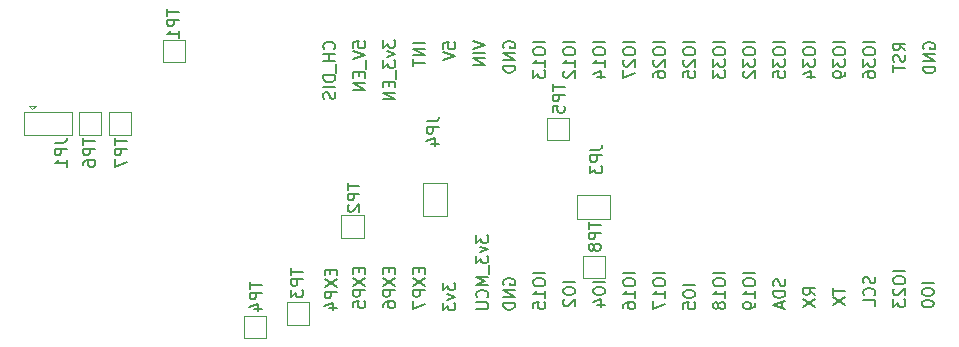
<source format=gbr>
G04 #@! TF.GenerationSoftware,KiCad,Pcbnew,9.0.0*
G04 #@! TF.CreationDate,2025-03-02T20:38:03-08:00*
G04 #@! TF.ProjectId,SuperPower-uC-KiCad,53757065-7250-46f7-9765-722d75432d4b,rev?*
G04 #@! TF.SameCoordinates,Original*
G04 #@! TF.FileFunction,Legend,Bot*
G04 #@! TF.FilePolarity,Positive*
%FSLAX46Y46*%
G04 Gerber Fmt 4.6, Leading zero omitted, Abs format (unit mm)*
G04 Created by KiCad (PCBNEW 9.0.0) date 2025-03-02 20:38:03*
%MOMM*%
%LPD*%
G01*
G04 APERTURE LIST*
%ADD10C,0.150000*%
%ADD11C,0.120000*%
G04 APERTURE END LIST*
D10*
X138234009Y-117078333D02*
X138234009Y-117411666D01*
X138757819Y-117554523D02*
X138757819Y-117078333D01*
X138757819Y-117078333D02*
X137757819Y-117078333D01*
X137757819Y-117078333D02*
X137757819Y-117554523D01*
X137757819Y-117887857D02*
X138757819Y-118554523D01*
X137757819Y-118554523D02*
X138757819Y-117887857D01*
X138757819Y-118935476D02*
X137757819Y-118935476D01*
X137757819Y-118935476D02*
X137757819Y-119316428D01*
X137757819Y-119316428D02*
X137805438Y-119411666D01*
X137805438Y-119411666D02*
X137853057Y-119459285D01*
X137853057Y-119459285D02*
X137948295Y-119506904D01*
X137948295Y-119506904D02*
X138091152Y-119506904D01*
X138091152Y-119506904D02*
X138186390Y-119459285D01*
X138186390Y-119459285D02*
X138234009Y-119411666D01*
X138234009Y-119411666D02*
X138281628Y-119316428D01*
X138281628Y-119316428D02*
X138281628Y-118935476D01*
X137757819Y-119840238D02*
X137757819Y-120506904D01*
X137757819Y-120506904D02*
X138757819Y-120078333D01*
X135694009Y-117078333D02*
X135694009Y-117411666D01*
X136217819Y-117554523D02*
X136217819Y-117078333D01*
X136217819Y-117078333D02*
X135217819Y-117078333D01*
X135217819Y-117078333D02*
X135217819Y-117554523D01*
X135217819Y-117887857D02*
X136217819Y-118554523D01*
X135217819Y-118554523D02*
X136217819Y-117887857D01*
X136217819Y-118935476D02*
X135217819Y-118935476D01*
X135217819Y-118935476D02*
X135217819Y-119316428D01*
X135217819Y-119316428D02*
X135265438Y-119411666D01*
X135265438Y-119411666D02*
X135313057Y-119459285D01*
X135313057Y-119459285D02*
X135408295Y-119506904D01*
X135408295Y-119506904D02*
X135551152Y-119506904D01*
X135551152Y-119506904D02*
X135646390Y-119459285D01*
X135646390Y-119459285D02*
X135694009Y-119411666D01*
X135694009Y-119411666D02*
X135741628Y-119316428D01*
X135741628Y-119316428D02*
X135741628Y-118935476D01*
X135217819Y-120364047D02*
X135217819Y-120173571D01*
X135217819Y-120173571D02*
X135265438Y-120078333D01*
X135265438Y-120078333D02*
X135313057Y-120030714D01*
X135313057Y-120030714D02*
X135455914Y-119935476D01*
X135455914Y-119935476D02*
X135646390Y-119887857D01*
X135646390Y-119887857D02*
X136027342Y-119887857D01*
X136027342Y-119887857D02*
X136122580Y-119935476D01*
X136122580Y-119935476D02*
X136170200Y-119983095D01*
X136170200Y-119983095D02*
X136217819Y-120078333D01*
X136217819Y-120078333D02*
X136217819Y-120268809D01*
X136217819Y-120268809D02*
X136170200Y-120364047D01*
X136170200Y-120364047D02*
X136122580Y-120411666D01*
X136122580Y-120411666D02*
X136027342Y-120459285D01*
X136027342Y-120459285D02*
X135789247Y-120459285D01*
X135789247Y-120459285D02*
X135694009Y-120411666D01*
X135694009Y-120411666D02*
X135646390Y-120364047D01*
X135646390Y-120364047D02*
X135598771Y-120268809D01*
X135598771Y-120268809D02*
X135598771Y-120078333D01*
X135598771Y-120078333D02*
X135646390Y-119983095D01*
X135646390Y-119983095D02*
X135694009Y-119935476D01*
X135694009Y-119935476D02*
X135789247Y-119887857D01*
X133154009Y-117078333D02*
X133154009Y-117411666D01*
X133677819Y-117554523D02*
X133677819Y-117078333D01*
X133677819Y-117078333D02*
X132677819Y-117078333D01*
X132677819Y-117078333D02*
X132677819Y-117554523D01*
X132677819Y-117887857D02*
X133677819Y-118554523D01*
X132677819Y-118554523D02*
X133677819Y-117887857D01*
X133677819Y-118935476D02*
X132677819Y-118935476D01*
X132677819Y-118935476D02*
X132677819Y-119316428D01*
X132677819Y-119316428D02*
X132725438Y-119411666D01*
X132725438Y-119411666D02*
X132773057Y-119459285D01*
X132773057Y-119459285D02*
X132868295Y-119506904D01*
X132868295Y-119506904D02*
X133011152Y-119506904D01*
X133011152Y-119506904D02*
X133106390Y-119459285D01*
X133106390Y-119459285D02*
X133154009Y-119411666D01*
X133154009Y-119411666D02*
X133201628Y-119316428D01*
X133201628Y-119316428D02*
X133201628Y-118935476D01*
X132677819Y-120411666D02*
X132677819Y-119935476D01*
X132677819Y-119935476D02*
X133154009Y-119887857D01*
X133154009Y-119887857D02*
X133106390Y-119935476D01*
X133106390Y-119935476D02*
X133058771Y-120030714D01*
X133058771Y-120030714D02*
X133058771Y-120268809D01*
X133058771Y-120268809D02*
X133106390Y-120364047D01*
X133106390Y-120364047D02*
X133154009Y-120411666D01*
X133154009Y-120411666D02*
X133249247Y-120459285D01*
X133249247Y-120459285D02*
X133487342Y-120459285D01*
X133487342Y-120459285D02*
X133582580Y-120411666D01*
X133582580Y-120411666D02*
X133630200Y-120364047D01*
X133630200Y-120364047D02*
X133677819Y-120268809D01*
X133677819Y-120268809D02*
X133677819Y-120030714D01*
X133677819Y-120030714D02*
X133630200Y-119935476D01*
X133630200Y-119935476D02*
X133582580Y-119887857D01*
X130741009Y-117205333D02*
X130741009Y-117538666D01*
X131264819Y-117681523D02*
X131264819Y-117205333D01*
X131264819Y-117205333D02*
X130264819Y-117205333D01*
X130264819Y-117205333D02*
X130264819Y-117681523D01*
X130264819Y-118014857D02*
X131264819Y-118681523D01*
X130264819Y-118681523D02*
X131264819Y-118014857D01*
X131264819Y-119062476D02*
X130264819Y-119062476D01*
X130264819Y-119062476D02*
X130264819Y-119443428D01*
X130264819Y-119443428D02*
X130312438Y-119538666D01*
X130312438Y-119538666D02*
X130360057Y-119586285D01*
X130360057Y-119586285D02*
X130455295Y-119633904D01*
X130455295Y-119633904D02*
X130598152Y-119633904D01*
X130598152Y-119633904D02*
X130693390Y-119586285D01*
X130693390Y-119586285D02*
X130741009Y-119538666D01*
X130741009Y-119538666D02*
X130788628Y-119443428D01*
X130788628Y-119443428D02*
X130788628Y-119062476D01*
X130598152Y-120491047D02*
X131264819Y-120491047D01*
X130217200Y-120252952D02*
X130931485Y-120014857D01*
X130931485Y-120014857D02*
X130931485Y-120633904D01*
X140297819Y-118316524D02*
X140297819Y-118935571D01*
X140297819Y-118935571D02*
X140678771Y-118602238D01*
X140678771Y-118602238D02*
X140678771Y-118745095D01*
X140678771Y-118745095D02*
X140726390Y-118840333D01*
X140726390Y-118840333D02*
X140774009Y-118887952D01*
X140774009Y-118887952D02*
X140869247Y-118935571D01*
X140869247Y-118935571D02*
X141107342Y-118935571D01*
X141107342Y-118935571D02*
X141202580Y-118887952D01*
X141202580Y-118887952D02*
X141250200Y-118840333D01*
X141250200Y-118840333D02*
X141297819Y-118745095D01*
X141297819Y-118745095D02*
X141297819Y-118459381D01*
X141297819Y-118459381D02*
X141250200Y-118364143D01*
X141250200Y-118364143D02*
X141202580Y-118316524D01*
X140631152Y-119268905D02*
X141297819Y-119507000D01*
X141297819Y-119507000D02*
X140631152Y-119745095D01*
X140297819Y-120030810D02*
X140297819Y-120649857D01*
X140297819Y-120649857D02*
X140678771Y-120316524D01*
X140678771Y-120316524D02*
X140678771Y-120459381D01*
X140678771Y-120459381D02*
X140726390Y-120554619D01*
X140726390Y-120554619D02*
X140774009Y-120602238D01*
X140774009Y-120602238D02*
X140869247Y-120649857D01*
X140869247Y-120649857D02*
X141107342Y-120649857D01*
X141107342Y-120649857D02*
X141202580Y-120602238D01*
X141202580Y-120602238D02*
X141250200Y-120554619D01*
X141250200Y-120554619D02*
X141297819Y-120459381D01*
X141297819Y-120459381D02*
X141297819Y-120173667D01*
X141297819Y-120173667D02*
X141250200Y-120078429D01*
X141250200Y-120078429D02*
X141202580Y-120030810D01*
X143091819Y-114308333D02*
X143091819Y-114927380D01*
X143091819Y-114927380D02*
X143472771Y-114594047D01*
X143472771Y-114594047D02*
X143472771Y-114736904D01*
X143472771Y-114736904D02*
X143520390Y-114832142D01*
X143520390Y-114832142D02*
X143568009Y-114879761D01*
X143568009Y-114879761D02*
X143663247Y-114927380D01*
X143663247Y-114927380D02*
X143901342Y-114927380D01*
X143901342Y-114927380D02*
X143996580Y-114879761D01*
X143996580Y-114879761D02*
X144044200Y-114832142D01*
X144044200Y-114832142D02*
X144091819Y-114736904D01*
X144091819Y-114736904D02*
X144091819Y-114451190D01*
X144091819Y-114451190D02*
X144044200Y-114355952D01*
X144044200Y-114355952D02*
X143996580Y-114308333D01*
X143425152Y-115260714D02*
X144091819Y-115498809D01*
X144091819Y-115498809D02*
X143425152Y-115736904D01*
X143091819Y-116022619D02*
X143091819Y-116641666D01*
X143091819Y-116641666D02*
X143472771Y-116308333D01*
X143472771Y-116308333D02*
X143472771Y-116451190D01*
X143472771Y-116451190D02*
X143520390Y-116546428D01*
X143520390Y-116546428D02*
X143568009Y-116594047D01*
X143568009Y-116594047D02*
X143663247Y-116641666D01*
X143663247Y-116641666D02*
X143901342Y-116641666D01*
X143901342Y-116641666D02*
X143996580Y-116594047D01*
X143996580Y-116594047D02*
X144044200Y-116546428D01*
X144044200Y-116546428D02*
X144091819Y-116451190D01*
X144091819Y-116451190D02*
X144091819Y-116165476D01*
X144091819Y-116165476D02*
X144044200Y-116070238D01*
X144044200Y-116070238D02*
X143996580Y-116022619D01*
X144187057Y-116832143D02*
X144187057Y-117594047D01*
X144091819Y-117832143D02*
X143091819Y-117832143D01*
X143091819Y-117832143D02*
X143806104Y-118165476D01*
X143806104Y-118165476D02*
X143091819Y-118498809D01*
X143091819Y-118498809D02*
X144091819Y-118498809D01*
X143996580Y-119546428D02*
X144044200Y-119498809D01*
X144044200Y-119498809D02*
X144091819Y-119355952D01*
X144091819Y-119355952D02*
X144091819Y-119260714D01*
X144091819Y-119260714D02*
X144044200Y-119117857D01*
X144044200Y-119117857D02*
X143948961Y-119022619D01*
X143948961Y-119022619D02*
X143853723Y-118975000D01*
X143853723Y-118975000D02*
X143663247Y-118927381D01*
X143663247Y-118927381D02*
X143520390Y-118927381D01*
X143520390Y-118927381D02*
X143329914Y-118975000D01*
X143329914Y-118975000D02*
X143234676Y-119022619D01*
X143234676Y-119022619D02*
X143139438Y-119117857D01*
X143139438Y-119117857D02*
X143091819Y-119260714D01*
X143091819Y-119260714D02*
X143091819Y-119355952D01*
X143091819Y-119355952D02*
X143139438Y-119498809D01*
X143139438Y-119498809D02*
X143187057Y-119546428D01*
X143091819Y-119975000D02*
X143901342Y-119975000D01*
X143901342Y-119975000D02*
X143996580Y-120022619D01*
X143996580Y-120022619D02*
X144044200Y-120070238D01*
X144044200Y-120070238D02*
X144091819Y-120165476D01*
X144091819Y-120165476D02*
X144091819Y-120355952D01*
X144091819Y-120355952D02*
X144044200Y-120451190D01*
X144044200Y-120451190D02*
X143996580Y-120498809D01*
X143996580Y-120498809D02*
X143901342Y-120546428D01*
X143901342Y-120546428D02*
X143091819Y-120546428D01*
X145425438Y-118491095D02*
X145377819Y-118395857D01*
X145377819Y-118395857D02*
X145377819Y-118253000D01*
X145377819Y-118253000D02*
X145425438Y-118110143D01*
X145425438Y-118110143D02*
X145520676Y-118014905D01*
X145520676Y-118014905D02*
X145615914Y-117967286D01*
X145615914Y-117967286D02*
X145806390Y-117919667D01*
X145806390Y-117919667D02*
X145949247Y-117919667D01*
X145949247Y-117919667D02*
X146139723Y-117967286D01*
X146139723Y-117967286D02*
X146234961Y-118014905D01*
X146234961Y-118014905D02*
X146330200Y-118110143D01*
X146330200Y-118110143D02*
X146377819Y-118253000D01*
X146377819Y-118253000D02*
X146377819Y-118348238D01*
X146377819Y-118348238D02*
X146330200Y-118491095D01*
X146330200Y-118491095D02*
X146282580Y-118538714D01*
X146282580Y-118538714D02*
X145949247Y-118538714D01*
X145949247Y-118538714D02*
X145949247Y-118348238D01*
X146377819Y-118967286D02*
X145377819Y-118967286D01*
X145377819Y-118967286D02*
X146377819Y-119538714D01*
X146377819Y-119538714D02*
X145377819Y-119538714D01*
X146377819Y-120014905D02*
X145377819Y-120014905D01*
X145377819Y-120014905D02*
X145377819Y-120253000D01*
X145377819Y-120253000D02*
X145425438Y-120395857D01*
X145425438Y-120395857D02*
X145520676Y-120491095D01*
X145520676Y-120491095D02*
X145615914Y-120538714D01*
X145615914Y-120538714D02*
X145806390Y-120586333D01*
X145806390Y-120586333D02*
X145949247Y-120586333D01*
X145949247Y-120586333D02*
X146139723Y-120538714D01*
X146139723Y-120538714D02*
X146234961Y-120491095D01*
X146234961Y-120491095D02*
X146330200Y-120395857D01*
X146330200Y-120395857D02*
X146377819Y-120253000D01*
X146377819Y-120253000D02*
X146377819Y-120014905D01*
X148917819Y-117522810D02*
X147917819Y-117522810D01*
X147917819Y-118189476D02*
X147917819Y-118379952D01*
X147917819Y-118379952D02*
X147965438Y-118475190D01*
X147965438Y-118475190D02*
X148060676Y-118570428D01*
X148060676Y-118570428D02*
X148251152Y-118618047D01*
X148251152Y-118618047D02*
X148584485Y-118618047D01*
X148584485Y-118618047D02*
X148774961Y-118570428D01*
X148774961Y-118570428D02*
X148870200Y-118475190D01*
X148870200Y-118475190D02*
X148917819Y-118379952D01*
X148917819Y-118379952D02*
X148917819Y-118189476D01*
X148917819Y-118189476D02*
X148870200Y-118094238D01*
X148870200Y-118094238D02*
X148774961Y-117999000D01*
X148774961Y-117999000D02*
X148584485Y-117951381D01*
X148584485Y-117951381D02*
X148251152Y-117951381D01*
X148251152Y-117951381D02*
X148060676Y-117999000D01*
X148060676Y-117999000D02*
X147965438Y-118094238D01*
X147965438Y-118094238D02*
X147917819Y-118189476D01*
X148917819Y-119570428D02*
X148917819Y-118999000D01*
X148917819Y-119284714D02*
X147917819Y-119284714D01*
X147917819Y-119284714D02*
X148060676Y-119189476D01*
X148060676Y-119189476D02*
X148155914Y-119094238D01*
X148155914Y-119094238D02*
X148203533Y-118999000D01*
X147917819Y-120475190D02*
X147917819Y-119999000D01*
X147917819Y-119999000D02*
X148394009Y-119951381D01*
X148394009Y-119951381D02*
X148346390Y-119999000D01*
X148346390Y-119999000D02*
X148298771Y-120094238D01*
X148298771Y-120094238D02*
X148298771Y-120332333D01*
X148298771Y-120332333D02*
X148346390Y-120427571D01*
X148346390Y-120427571D02*
X148394009Y-120475190D01*
X148394009Y-120475190D02*
X148489247Y-120522809D01*
X148489247Y-120522809D02*
X148727342Y-120522809D01*
X148727342Y-120522809D02*
X148822580Y-120475190D01*
X148822580Y-120475190D02*
X148870200Y-120427571D01*
X148870200Y-120427571D02*
X148917819Y-120332333D01*
X148917819Y-120332333D02*
X148917819Y-120094238D01*
X148917819Y-120094238D02*
X148870200Y-119999000D01*
X148870200Y-119999000D02*
X148822580Y-119951381D01*
X151457819Y-118253000D02*
X150457819Y-118253000D01*
X150457819Y-118919666D02*
X150457819Y-119110142D01*
X150457819Y-119110142D02*
X150505438Y-119205380D01*
X150505438Y-119205380D02*
X150600676Y-119300618D01*
X150600676Y-119300618D02*
X150791152Y-119348237D01*
X150791152Y-119348237D02*
X151124485Y-119348237D01*
X151124485Y-119348237D02*
X151314961Y-119300618D01*
X151314961Y-119300618D02*
X151410200Y-119205380D01*
X151410200Y-119205380D02*
X151457819Y-119110142D01*
X151457819Y-119110142D02*
X151457819Y-118919666D01*
X151457819Y-118919666D02*
X151410200Y-118824428D01*
X151410200Y-118824428D02*
X151314961Y-118729190D01*
X151314961Y-118729190D02*
X151124485Y-118681571D01*
X151124485Y-118681571D02*
X150791152Y-118681571D01*
X150791152Y-118681571D02*
X150600676Y-118729190D01*
X150600676Y-118729190D02*
X150505438Y-118824428D01*
X150505438Y-118824428D02*
X150457819Y-118919666D01*
X150553057Y-119729190D02*
X150505438Y-119776809D01*
X150505438Y-119776809D02*
X150457819Y-119872047D01*
X150457819Y-119872047D02*
X150457819Y-120110142D01*
X150457819Y-120110142D02*
X150505438Y-120205380D01*
X150505438Y-120205380D02*
X150553057Y-120252999D01*
X150553057Y-120252999D02*
X150648295Y-120300618D01*
X150648295Y-120300618D02*
X150743533Y-120300618D01*
X150743533Y-120300618D02*
X150886390Y-120252999D01*
X150886390Y-120252999D02*
X151457819Y-119681571D01*
X151457819Y-119681571D02*
X151457819Y-120300618D01*
X153997819Y-118253000D02*
X152997819Y-118253000D01*
X152997819Y-118919666D02*
X152997819Y-119110142D01*
X152997819Y-119110142D02*
X153045438Y-119205380D01*
X153045438Y-119205380D02*
X153140676Y-119300618D01*
X153140676Y-119300618D02*
X153331152Y-119348237D01*
X153331152Y-119348237D02*
X153664485Y-119348237D01*
X153664485Y-119348237D02*
X153854961Y-119300618D01*
X153854961Y-119300618D02*
X153950200Y-119205380D01*
X153950200Y-119205380D02*
X153997819Y-119110142D01*
X153997819Y-119110142D02*
X153997819Y-118919666D01*
X153997819Y-118919666D02*
X153950200Y-118824428D01*
X153950200Y-118824428D02*
X153854961Y-118729190D01*
X153854961Y-118729190D02*
X153664485Y-118681571D01*
X153664485Y-118681571D02*
X153331152Y-118681571D01*
X153331152Y-118681571D02*
X153140676Y-118729190D01*
X153140676Y-118729190D02*
X153045438Y-118824428D01*
X153045438Y-118824428D02*
X152997819Y-118919666D01*
X153331152Y-120205380D02*
X153997819Y-120205380D01*
X152950200Y-119967285D02*
X153664485Y-119729190D01*
X153664485Y-119729190D02*
X153664485Y-120348237D01*
X156537819Y-117522810D02*
X155537819Y-117522810D01*
X155537819Y-118189476D02*
X155537819Y-118379952D01*
X155537819Y-118379952D02*
X155585438Y-118475190D01*
X155585438Y-118475190D02*
X155680676Y-118570428D01*
X155680676Y-118570428D02*
X155871152Y-118618047D01*
X155871152Y-118618047D02*
X156204485Y-118618047D01*
X156204485Y-118618047D02*
X156394961Y-118570428D01*
X156394961Y-118570428D02*
X156490200Y-118475190D01*
X156490200Y-118475190D02*
X156537819Y-118379952D01*
X156537819Y-118379952D02*
X156537819Y-118189476D01*
X156537819Y-118189476D02*
X156490200Y-118094238D01*
X156490200Y-118094238D02*
X156394961Y-117999000D01*
X156394961Y-117999000D02*
X156204485Y-117951381D01*
X156204485Y-117951381D02*
X155871152Y-117951381D01*
X155871152Y-117951381D02*
X155680676Y-117999000D01*
X155680676Y-117999000D02*
X155585438Y-118094238D01*
X155585438Y-118094238D02*
X155537819Y-118189476D01*
X156537819Y-119570428D02*
X156537819Y-118999000D01*
X156537819Y-119284714D02*
X155537819Y-119284714D01*
X155537819Y-119284714D02*
X155680676Y-119189476D01*
X155680676Y-119189476D02*
X155775914Y-119094238D01*
X155775914Y-119094238D02*
X155823533Y-118999000D01*
X155537819Y-120427571D02*
X155537819Y-120237095D01*
X155537819Y-120237095D02*
X155585438Y-120141857D01*
X155585438Y-120141857D02*
X155633057Y-120094238D01*
X155633057Y-120094238D02*
X155775914Y-119999000D01*
X155775914Y-119999000D02*
X155966390Y-119951381D01*
X155966390Y-119951381D02*
X156347342Y-119951381D01*
X156347342Y-119951381D02*
X156442580Y-119999000D01*
X156442580Y-119999000D02*
X156490200Y-120046619D01*
X156490200Y-120046619D02*
X156537819Y-120141857D01*
X156537819Y-120141857D02*
X156537819Y-120332333D01*
X156537819Y-120332333D02*
X156490200Y-120427571D01*
X156490200Y-120427571D02*
X156442580Y-120475190D01*
X156442580Y-120475190D02*
X156347342Y-120522809D01*
X156347342Y-120522809D02*
X156109247Y-120522809D01*
X156109247Y-120522809D02*
X156014009Y-120475190D01*
X156014009Y-120475190D02*
X155966390Y-120427571D01*
X155966390Y-120427571D02*
X155918771Y-120332333D01*
X155918771Y-120332333D02*
X155918771Y-120141857D01*
X155918771Y-120141857D02*
X155966390Y-120046619D01*
X155966390Y-120046619D02*
X156014009Y-119999000D01*
X156014009Y-119999000D02*
X156109247Y-119951381D01*
X159077819Y-117522810D02*
X158077819Y-117522810D01*
X158077819Y-118189476D02*
X158077819Y-118379952D01*
X158077819Y-118379952D02*
X158125438Y-118475190D01*
X158125438Y-118475190D02*
X158220676Y-118570428D01*
X158220676Y-118570428D02*
X158411152Y-118618047D01*
X158411152Y-118618047D02*
X158744485Y-118618047D01*
X158744485Y-118618047D02*
X158934961Y-118570428D01*
X158934961Y-118570428D02*
X159030200Y-118475190D01*
X159030200Y-118475190D02*
X159077819Y-118379952D01*
X159077819Y-118379952D02*
X159077819Y-118189476D01*
X159077819Y-118189476D02*
X159030200Y-118094238D01*
X159030200Y-118094238D02*
X158934961Y-117999000D01*
X158934961Y-117999000D02*
X158744485Y-117951381D01*
X158744485Y-117951381D02*
X158411152Y-117951381D01*
X158411152Y-117951381D02*
X158220676Y-117999000D01*
X158220676Y-117999000D02*
X158125438Y-118094238D01*
X158125438Y-118094238D02*
X158077819Y-118189476D01*
X159077819Y-119570428D02*
X159077819Y-118999000D01*
X159077819Y-119284714D02*
X158077819Y-119284714D01*
X158077819Y-119284714D02*
X158220676Y-119189476D01*
X158220676Y-119189476D02*
X158315914Y-119094238D01*
X158315914Y-119094238D02*
X158363533Y-118999000D01*
X158077819Y-119903762D02*
X158077819Y-120570428D01*
X158077819Y-120570428D02*
X159077819Y-120141857D01*
X161617819Y-118507000D02*
X160617819Y-118507000D01*
X160617819Y-119173666D02*
X160617819Y-119364142D01*
X160617819Y-119364142D02*
X160665438Y-119459380D01*
X160665438Y-119459380D02*
X160760676Y-119554618D01*
X160760676Y-119554618D02*
X160951152Y-119602237D01*
X160951152Y-119602237D02*
X161284485Y-119602237D01*
X161284485Y-119602237D02*
X161474961Y-119554618D01*
X161474961Y-119554618D02*
X161570200Y-119459380D01*
X161570200Y-119459380D02*
X161617819Y-119364142D01*
X161617819Y-119364142D02*
X161617819Y-119173666D01*
X161617819Y-119173666D02*
X161570200Y-119078428D01*
X161570200Y-119078428D02*
X161474961Y-118983190D01*
X161474961Y-118983190D02*
X161284485Y-118935571D01*
X161284485Y-118935571D02*
X160951152Y-118935571D01*
X160951152Y-118935571D02*
X160760676Y-118983190D01*
X160760676Y-118983190D02*
X160665438Y-119078428D01*
X160665438Y-119078428D02*
X160617819Y-119173666D01*
X160617819Y-120506999D02*
X160617819Y-120030809D01*
X160617819Y-120030809D02*
X161094009Y-119983190D01*
X161094009Y-119983190D02*
X161046390Y-120030809D01*
X161046390Y-120030809D02*
X160998771Y-120126047D01*
X160998771Y-120126047D02*
X160998771Y-120364142D01*
X160998771Y-120364142D02*
X161046390Y-120459380D01*
X161046390Y-120459380D02*
X161094009Y-120506999D01*
X161094009Y-120506999D02*
X161189247Y-120554618D01*
X161189247Y-120554618D02*
X161427342Y-120554618D01*
X161427342Y-120554618D02*
X161522580Y-120506999D01*
X161522580Y-120506999D02*
X161570200Y-120459380D01*
X161570200Y-120459380D02*
X161617819Y-120364142D01*
X161617819Y-120364142D02*
X161617819Y-120126047D01*
X161617819Y-120126047D02*
X161570200Y-120030809D01*
X161570200Y-120030809D02*
X161522580Y-119983190D01*
X164157819Y-117522810D02*
X163157819Y-117522810D01*
X163157819Y-118189476D02*
X163157819Y-118379952D01*
X163157819Y-118379952D02*
X163205438Y-118475190D01*
X163205438Y-118475190D02*
X163300676Y-118570428D01*
X163300676Y-118570428D02*
X163491152Y-118618047D01*
X163491152Y-118618047D02*
X163824485Y-118618047D01*
X163824485Y-118618047D02*
X164014961Y-118570428D01*
X164014961Y-118570428D02*
X164110200Y-118475190D01*
X164110200Y-118475190D02*
X164157819Y-118379952D01*
X164157819Y-118379952D02*
X164157819Y-118189476D01*
X164157819Y-118189476D02*
X164110200Y-118094238D01*
X164110200Y-118094238D02*
X164014961Y-117999000D01*
X164014961Y-117999000D02*
X163824485Y-117951381D01*
X163824485Y-117951381D02*
X163491152Y-117951381D01*
X163491152Y-117951381D02*
X163300676Y-117999000D01*
X163300676Y-117999000D02*
X163205438Y-118094238D01*
X163205438Y-118094238D02*
X163157819Y-118189476D01*
X164157819Y-119570428D02*
X164157819Y-118999000D01*
X164157819Y-119284714D02*
X163157819Y-119284714D01*
X163157819Y-119284714D02*
X163300676Y-119189476D01*
X163300676Y-119189476D02*
X163395914Y-119094238D01*
X163395914Y-119094238D02*
X163443533Y-118999000D01*
X163586390Y-120141857D02*
X163538771Y-120046619D01*
X163538771Y-120046619D02*
X163491152Y-119999000D01*
X163491152Y-119999000D02*
X163395914Y-119951381D01*
X163395914Y-119951381D02*
X163348295Y-119951381D01*
X163348295Y-119951381D02*
X163253057Y-119999000D01*
X163253057Y-119999000D02*
X163205438Y-120046619D01*
X163205438Y-120046619D02*
X163157819Y-120141857D01*
X163157819Y-120141857D02*
X163157819Y-120332333D01*
X163157819Y-120332333D02*
X163205438Y-120427571D01*
X163205438Y-120427571D02*
X163253057Y-120475190D01*
X163253057Y-120475190D02*
X163348295Y-120522809D01*
X163348295Y-120522809D02*
X163395914Y-120522809D01*
X163395914Y-120522809D02*
X163491152Y-120475190D01*
X163491152Y-120475190D02*
X163538771Y-120427571D01*
X163538771Y-120427571D02*
X163586390Y-120332333D01*
X163586390Y-120332333D02*
X163586390Y-120141857D01*
X163586390Y-120141857D02*
X163634009Y-120046619D01*
X163634009Y-120046619D02*
X163681628Y-119999000D01*
X163681628Y-119999000D02*
X163776866Y-119951381D01*
X163776866Y-119951381D02*
X163967342Y-119951381D01*
X163967342Y-119951381D02*
X164062580Y-119999000D01*
X164062580Y-119999000D02*
X164110200Y-120046619D01*
X164110200Y-120046619D02*
X164157819Y-120141857D01*
X164157819Y-120141857D02*
X164157819Y-120332333D01*
X164157819Y-120332333D02*
X164110200Y-120427571D01*
X164110200Y-120427571D02*
X164062580Y-120475190D01*
X164062580Y-120475190D02*
X163967342Y-120522809D01*
X163967342Y-120522809D02*
X163776866Y-120522809D01*
X163776866Y-120522809D02*
X163681628Y-120475190D01*
X163681628Y-120475190D02*
X163634009Y-120427571D01*
X163634009Y-120427571D02*
X163586390Y-120332333D01*
X166697819Y-117522810D02*
X165697819Y-117522810D01*
X165697819Y-118189476D02*
X165697819Y-118379952D01*
X165697819Y-118379952D02*
X165745438Y-118475190D01*
X165745438Y-118475190D02*
X165840676Y-118570428D01*
X165840676Y-118570428D02*
X166031152Y-118618047D01*
X166031152Y-118618047D02*
X166364485Y-118618047D01*
X166364485Y-118618047D02*
X166554961Y-118570428D01*
X166554961Y-118570428D02*
X166650200Y-118475190D01*
X166650200Y-118475190D02*
X166697819Y-118379952D01*
X166697819Y-118379952D02*
X166697819Y-118189476D01*
X166697819Y-118189476D02*
X166650200Y-118094238D01*
X166650200Y-118094238D02*
X166554961Y-117999000D01*
X166554961Y-117999000D02*
X166364485Y-117951381D01*
X166364485Y-117951381D02*
X166031152Y-117951381D01*
X166031152Y-117951381D02*
X165840676Y-117999000D01*
X165840676Y-117999000D02*
X165745438Y-118094238D01*
X165745438Y-118094238D02*
X165697819Y-118189476D01*
X166697819Y-119570428D02*
X166697819Y-118999000D01*
X166697819Y-119284714D02*
X165697819Y-119284714D01*
X165697819Y-119284714D02*
X165840676Y-119189476D01*
X165840676Y-119189476D02*
X165935914Y-119094238D01*
X165935914Y-119094238D02*
X165983533Y-118999000D01*
X166697819Y-120046619D02*
X166697819Y-120237095D01*
X166697819Y-120237095D02*
X166650200Y-120332333D01*
X166650200Y-120332333D02*
X166602580Y-120379952D01*
X166602580Y-120379952D02*
X166459723Y-120475190D01*
X166459723Y-120475190D02*
X166269247Y-120522809D01*
X166269247Y-120522809D02*
X165888295Y-120522809D01*
X165888295Y-120522809D02*
X165793057Y-120475190D01*
X165793057Y-120475190D02*
X165745438Y-120427571D01*
X165745438Y-120427571D02*
X165697819Y-120332333D01*
X165697819Y-120332333D02*
X165697819Y-120141857D01*
X165697819Y-120141857D02*
X165745438Y-120046619D01*
X165745438Y-120046619D02*
X165793057Y-119999000D01*
X165793057Y-119999000D02*
X165888295Y-119951381D01*
X165888295Y-119951381D02*
X166126390Y-119951381D01*
X166126390Y-119951381D02*
X166221628Y-119999000D01*
X166221628Y-119999000D02*
X166269247Y-120046619D01*
X166269247Y-120046619D02*
X166316866Y-120141857D01*
X166316866Y-120141857D02*
X166316866Y-120332333D01*
X166316866Y-120332333D02*
X166269247Y-120427571D01*
X166269247Y-120427571D02*
X166221628Y-120475190D01*
X166221628Y-120475190D02*
X166126390Y-120522809D01*
X169190200Y-118038714D02*
X169237819Y-118181571D01*
X169237819Y-118181571D02*
X169237819Y-118419666D01*
X169237819Y-118419666D02*
X169190200Y-118514904D01*
X169190200Y-118514904D02*
X169142580Y-118562523D01*
X169142580Y-118562523D02*
X169047342Y-118610142D01*
X169047342Y-118610142D02*
X168952104Y-118610142D01*
X168952104Y-118610142D02*
X168856866Y-118562523D01*
X168856866Y-118562523D02*
X168809247Y-118514904D01*
X168809247Y-118514904D02*
X168761628Y-118419666D01*
X168761628Y-118419666D02*
X168714009Y-118229190D01*
X168714009Y-118229190D02*
X168666390Y-118133952D01*
X168666390Y-118133952D02*
X168618771Y-118086333D01*
X168618771Y-118086333D02*
X168523533Y-118038714D01*
X168523533Y-118038714D02*
X168428295Y-118038714D01*
X168428295Y-118038714D02*
X168333057Y-118086333D01*
X168333057Y-118086333D02*
X168285438Y-118133952D01*
X168285438Y-118133952D02*
X168237819Y-118229190D01*
X168237819Y-118229190D02*
X168237819Y-118467285D01*
X168237819Y-118467285D02*
X168285438Y-118610142D01*
X169237819Y-119038714D02*
X168237819Y-119038714D01*
X168237819Y-119038714D02*
X168237819Y-119276809D01*
X168237819Y-119276809D02*
X168285438Y-119419666D01*
X168285438Y-119419666D02*
X168380676Y-119514904D01*
X168380676Y-119514904D02*
X168475914Y-119562523D01*
X168475914Y-119562523D02*
X168666390Y-119610142D01*
X168666390Y-119610142D02*
X168809247Y-119610142D01*
X168809247Y-119610142D02*
X168999723Y-119562523D01*
X168999723Y-119562523D02*
X169094961Y-119514904D01*
X169094961Y-119514904D02*
X169190200Y-119419666D01*
X169190200Y-119419666D02*
X169237819Y-119276809D01*
X169237819Y-119276809D02*
X169237819Y-119038714D01*
X168952104Y-119991095D02*
X168952104Y-120467285D01*
X169237819Y-119895857D02*
X168237819Y-120229190D01*
X168237819Y-120229190D02*
X169237819Y-120562523D01*
X173317819Y-118745095D02*
X173317819Y-119316523D01*
X174317819Y-119030809D02*
X173317819Y-119030809D01*
X173317819Y-119554619D02*
X174317819Y-120221285D01*
X173317819Y-120221285D02*
X174317819Y-119554619D01*
X171777819Y-119340333D02*
X171301628Y-119007000D01*
X171777819Y-118768905D02*
X170777819Y-118768905D01*
X170777819Y-118768905D02*
X170777819Y-119149857D01*
X170777819Y-119149857D02*
X170825438Y-119245095D01*
X170825438Y-119245095D02*
X170873057Y-119292714D01*
X170873057Y-119292714D02*
X170968295Y-119340333D01*
X170968295Y-119340333D02*
X171111152Y-119340333D01*
X171111152Y-119340333D02*
X171206390Y-119292714D01*
X171206390Y-119292714D02*
X171254009Y-119245095D01*
X171254009Y-119245095D02*
X171301628Y-119149857D01*
X171301628Y-119149857D02*
X171301628Y-118768905D01*
X170777819Y-119673667D02*
X171777819Y-120340333D01*
X170777819Y-120340333D02*
X171777819Y-119673667D01*
X176810200Y-117808524D02*
X176857819Y-117951381D01*
X176857819Y-117951381D02*
X176857819Y-118189476D01*
X176857819Y-118189476D02*
X176810200Y-118284714D01*
X176810200Y-118284714D02*
X176762580Y-118332333D01*
X176762580Y-118332333D02*
X176667342Y-118379952D01*
X176667342Y-118379952D02*
X176572104Y-118379952D01*
X176572104Y-118379952D02*
X176476866Y-118332333D01*
X176476866Y-118332333D02*
X176429247Y-118284714D01*
X176429247Y-118284714D02*
X176381628Y-118189476D01*
X176381628Y-118189476D02*
X176334009Y-117999000D01*
X176334009Y-117999000D02*
X176286390Y-117903762D01*
X176286390Y-117903762D02*
X176238771Y-117856143D01*
X176238771Y-117856143D02*
X176143533Y-117808524D01*
X176143533Y-117808524D02*
X176048295Y-117808524D01*
X176048295Y-117808524D02*
X175953057Y-117856143D01*
X175953057Y-117856143D02*
X175905438Y-117903762D01*
X175905438Y-117903762D02*
X175857819Y-117999000D01*
X175857819Y-117999000D02*
X175857819Y-118237095D01*
X175857819Y-118237095D02*
X175905438Y-118379952D01*
X176762580Y-119379952D02*
X176810200Y-119332333D01*
X176810200Y-119332333D02*
X176857819Y-119189476D01*
X176857819Y-119189476D02*
X176857819Y-119094238D01*
X176857819Y-119094238D02*
X176810200Y-118951381D01*
X176810200Y-118951381D02*
X176714961Y-118856143D01*
X176714961Y-118856143D02*
X176619723Y-118808524D01*
X176619723Y-118808524D02*
X176429247Y-118760905D01*
X176429247Y-118760905D02*
X176286390Y-118760905D01*
X176286390Y-118760905D02*
X176095914Y-118808524D01*
X176095914Y-118808524D02*
X176000676Y-118856143D01*
X176000676Y-118856143D02*
X175905438Y-118951381D01*
X175905438Y-118951381D02*
X175857819Y-119094238D01*
X175857819Y-119094238D02*
X175857819Y-119189476D01*
X175857819Y-119189476D02*
X175905438Y-119332333D01*
X175905438Y-119332333D02*
X175953057Y-119379952D01*
X176857819Y-120284714D02*
X176857819Y-119808524D01*
X176857819Y-119808524D02*
X175857819Y-119808524D01*
X179397819Y-117345810D02*
X178397819Y-117345810D01*
X178397819Y-118012476D02*
X178397819Y-118202952D01*
X178397819Y-118202952D02*
X178445438Y-118298190D01*
X178445438Y-118298190D02*
X178540676Y-118393428D01*
X178540676Y-118393428D02*
X178731152Y-118441047D01*
X178731152Y-118441047D02*
X179064485Y-118441047D01*
X179064485Y-118441047D02*
X179254961Y-118393428D01*
X179254961Y-118393428D02*
X179350200Y-118298190D01*
X179350200Y-118298190D02*
X179397819Y-118202952D01*
X179397819Y-118202952D02*
X179397819Y-118012476D01*
X179397819Y-118012476D02*
X179350200Y-117917238D01*
X179350200Y-117917238D02*
X179254961Y-117822000D01*
X179254961Y-117822000D02*
X179064485Y-117774381D01*
X179064485Y-117774381D02*
X178731152Y-117774381D01*
X178731152Y-117774381D02*
X178540676Y-117822000D01*
X178540676Y-117822000D02*
X178445438Y-117917238D01*
X178445438Y-117917238D02*
X178397819Y-118012476D01*
X178493057Y-118822000D02*
X178445438Y-118869619D01*
X178445438Y-118869619D02*
X178397819Y-118964857D01*
X178397819Y-118964857D02*
X178397819Y-119202952D01*
X178397819Y-119202952D02*
X178445438Y-119298190D01*
X178445438Y-119298190D02*
X178493057Y-119345809D01*
X178493057Y-119345809D02*
X178588295Y-119393428D01*
X178588295Y-119393428D02*
X178683533Y-119393428D01*
X178683533Y-119393428D02*
X178826390Y-119345809D01*
X178826390Y-119345809D02*
X179397819Y-118774381D01*
X179397819Y-118774381D02*
X179397819Y-119393428D01*
X178397819Y-119726762D02*
X178397819Y-120345809D01*
X178397819Y-120345809D02*
X178778771Y-120012476D01*
X178778771Y-120012476D02*
X178778771Y-120155333D01*
X178778771Y-120155333D02*
X178826390Y-120250571D01*
X178826390Y-120250571D02*
X178874009Y-120298190D01*
X178874009Y-120298190D02*
X178969247Y-120345809D01*
X178969247Y-120345809D02*
X179207342Y-120345809D01*
X179207342Y-120345809D02*
X179302580Y-120298190D01*
X179302580Y-120298190D02*
X179350200Y-120250571D01*
X179350200Y-120250571D02*
X179397819Y-120155333D01*
X179397819Y-120155333D02*
X179397819Y-119869619D01*
X179397819Y-119869619D02*
X179350200Y-119774381D01*
X179350200Y-119774381D02*
X179302580Y-119726762D01*
X181810819Y-118330000D02*
X180810819Y-118330000D01*
X180810819Y-118996666D02*
X180810819Y-119187142D01*
X180810819Y-119187142D02*
X180858438Y-119282380D01*
X180858438Y-119282380D02*
X180953676Y-119377618D01*
X180953676Y-119377618D02*
X181144152Y-119425237D01*
X181144152Y-119425237D02*
X181477485Y-119425237D01*
X181477485Y-119425237D02*
X181667961Y-119377618D01*
X181667961Y-119377618D02*
X181763200Y-119282380D01*
X181763200Y-119282380D02*
X181810819Y-119187142D01*
X181810819Y-119187142D02*
X181810819Y-118996666D01*
X181810819Y-118996666D02*
X181763200Y-118901428D01*
X181763200Y-118901428D02*
X181667961Y-118806190D01*
X181667961Y-118806190D02*
X181477485Y-118758571D01*
X181477485Y-118758571D02*
X181144152Y-118758571D01*
X181144152Y-118758571D02*
X180953676Y-118806190D01*
X180953676Y-118806190D02*
X180858438Y-118901428D01*
X180858438Y-118901428D02*
X180810819Y-118996666D01*
X180810819Y-120044285D02*
X180810819Y-120139523D01*
X180810819Y-120139523D02*
X180858438Y-120234761D01*
X180858438Y-120234761D02*
X180906057Y-120282380D01*
X180906057Y-120282380D02*
X181001295Y-120329999D01*
X181001295Y-120329999D02*
X181191771Y-120377618D01*
X181191771Y-120377618D02*
X181429866Y-120377618D01*
X181429866Y-120377618D02*
X181620342Y-120329999D01*
X181620342Y-120329999D02*
X181715580Y-120282380D01*
X181715580Y-120282380D02*
X181763200Y-120234761D01*
X181763200Y-120234761D02*
X181810819Y-120139523D01*
X181810819Y-120139523D02*
X181810819Y-120044285D01*
X181810819Y-120044285D02*
X181763200Y-119949047D01*
X181763200Y-119949047D02*
X181715580Y-119901428D01*
X181715580Y-119901428D02*
X181620342Y-119853809D01*
X181620342Y-119853809D02*
X181429866Y-119806190D01*
X181429866Y-119806190D02*
X181191771Y-119806190D01*
X181191771Y-119806190D02*
X181001295Y-119853809D01*
X181001295Y-119853809D02*
X180906057Y-119901428D01*
X180906057Y-119901428D02*
X180858438Y-119949047D01*
X180858438Y-119949047D02*
X180810819Y-120044285D01*
X180985438Y-98502095D02*
X180937819Y-98406857D01*
X180937819Y-98406857D02*
X180937819Y-98264000D01*
X180937819Y-98264000D02*
X180985438Y-98121143D01*
X180985438Y-98121143D02*
X181080676Y-98025905D01*
X181080676Y-98025905D02*
X181175914Y-97978286D01*
X181175914Y-97978286D02*
X181366390Y-97930667D01*
X181366390Y-97930667D02*
X181509247Y-97930667D01*
X181509247Y-97930667D02*
X181699723Y-97978286D01*
X181699723Y-97978286D02*
X181794961Y-98025905D01*
X181794961Y-98025905D02*
X181890200Y-98121143D01*
X181890200Y-98121143D02*
X181937819Y-98264000D01*
X181937819Y-98264000D02*
X181937819Y-98359238D01*
X181937819Y-98359238D02*
X181890200Y-98502095D01*
X181890200Y-98502095D02*
X181842580Y-98549714D01*
X181842580Y-98549714D02*
X181509247Y-98549714D01*
X181509247Y-98549714D02*
X181509247Y-98359238D01*
X181937819Y-98978286D02*
X180937819Y-98978286D01*
X180937819Y-98978286D02*
X181937819Y-99549714D01*
X181937819Y-99549714D02*
X180937819Y-99549714D01*
X181937819Y-100025905D02*
X180937819Y-100025905D01*
X180937819Y-100025905D02*
X180937819Y-100264000D01*
X180937819Y-100264000D02*
X180985438Y-100406857D01*
X180985438Y-100406857D02*
X181080676Y-100502095D01*
X181080676Y-100502095D02*
X181175914Y-100549714D01*
X181175914Y-100549714D02*
X181366390Y-100597333D01*
X181366390Y-100597333D02*
X181509247Y-100597333D01*
X181509247Y-100597333D02*
X181699723Y-100549714D01*
X181699723Y-100549714D02*
X181794961Y-100502095D01*
X181794961Y-100502095D02*
X181890200Y-100406857D01*
X181890200Y-100406857D02*
X181937819Y-100264000D01*
X181937819Y-100264000D02*
X181937819Y-100025905D01*
X179397819Y-98639380D02*
X178921628Y-98306047D01*
X179397819Y-98067952D02*
X178397819Y-98067952D01*
X178397819Y-98067952D02*
X178397819Y-98448904D01*
X178397819Y-98448904D02*
X178445438Y-98544142D01*
X178445438Y-98544142D02*
X178493057Y-98591761D01*
X178493057Y-98591761D02*
X178588295Y-98639380D01*
X178588295Y-98639380D02*
X178731152Y-98639380D01*
X178731152Y-98639380D02*
X178826390Y-98591761D01*
X178826390Y-98591761D02*
X178874009Y-98544142D01*
X178874009Y-98544142D02*
X178921628Y-98448904D01*
X178921628Y-98448904D02*
X178921628Y-98067952D01*
X179350200Y-99020333D02*
X179397819Y-99163190D01*
X179397819Y-99163190D02*
X179397819Y-99401285D01*
X179397819Y-99401285D02*
X179350200Y-99496523D01*
X179350200Y-99496523D02*
X179302580Y-99544142D01*
X179302580Y-99544142D02*
X179207342Y-99591761D01*
X179207342Y-99591761D02*
X179112104Y-99591761D01*
X179112104Y-99591761D02*
X179016866Y-99544142D01*
X179016866Y-99544142D02*
X178969247Y-99496523D01*
X178969247Y-99496523D02*
X178921628Y-99401285D01*
X178921628Y-99401285D02*
X178874009Y-99210809D01*
X178874009Y-99210809D02*
X178826390Y-99115571D01*
X178826390Y-99115571D02*
X178778771Y-99067952D01*
X178778771Y-99067952D02*
X178683533Y-99020333D01*
X178683533Y-99020333D02*
X178588295Y-99020333D01*
X178588295Y-99020333D02*
X178493057Y-99067952D01*
X178493057Y-99067952D02*
X178445438Y-99115571D01*
X178445438Y-99115571D02*
X178397819Y-99210809D01*
X178397819Y-99210809D02*
X178397819Y-99448904D01*
X178397819Y-99448904D02*
X178445438Y-99591761D01*
X178397819Y-99877476D02*
X178397819Y-100448904D01*
X179397819Y-100163190D02*
X178397819Y-100163190D01*
X176857819Y-97964810D02*
X175857819Y-97964810D01*
X175857819Y-98631476D02*
X175857819Y-98821952D01*
X175857819Y-98821952D02*
X175905438Y-98917190D01*
X175905438Y-98917190D02*
X176000676Y-99012428D01*
X176000676Y-99012428D02*
X176191152Y-99060047D01*
X176191152Y-99060047D02*
X176524485Y-99060047D01*
X176524485Y-99060047D02*
X176714961Y-99012428D01*
X176714961Y-99012428D02*
X176810200Y-98917190D01*
X176810200Y-98917190D02*
X176857819Y-98821952D01*
X176857819Y-98821952D02*
X176857819Y-98631476D01*
X176857819Y-98631476D02*
X176810200Y-98536238D01*
X176810200Y-98536238D02*
X176714961Y-98441000D01*
X176714961Y-98441000D02*
X176524485Y-98393381D01*
X176524485Y-98393381D02*
X176191152Y-98393381D01*
X176191152Y-98393381D02*
X176000676Y-98441000D01*
X176000676Y-98441000D02*
X175905438Y-98536238D01*
X175905438Y-98536238D02*
X175857819Y-98631476D01*
X175857819Y-99393381D02*
X175857819Y-100012428D01*
X175857819Y-100012428D02*
X176238771Y-99679095D01*
X176238771Y-99679095D02*
X176238771Y-99821952D01*
X176238771Y-99821952D02*
X176286390Y-99917190D01*
X176286390Y-99917190D02*
X176334009Y-99964809D01*
X176334009Y-99964809D02*
X176429247Y-100012428D01*
X176429247Y-100012428D02*
X176667342Y-100012428D01*
X176667342Y-100012428D02*
X176762580Y-99964809D01*
X176762580Y-99964809D02*
X176810200Y-99917190D01*
X176810200Y-99917190D02*
X176857819Y-99821952D01*
X176857819Y-99821952D02*
X176857819Y-99536238D01*
X176857819Y-99536238D02*
X176810200Y-99441000D01*
X176810200Y-99441000D02*
X176762580Y-99393381D01*
X175857819Y-100869571D02*
X175857819Y-100679095D01*
X175857819Y-100679095D02*
X175905438Y-100583857D01*
X175905438Y-100583857D02*
X175953057Y-100536238D01*
X175953057Y-100536238D02*
X176095914Y-100441000D01*
X176095914Y-100441000D02*
X176286390Y-100393381D01*
X176286390Y-100393381D02*
X176667342Y-100393381D01*
X176667342Y-100393381D02*
X176762580Y-100441000D01*
X176762580Y-100441000D02*
X176810200Y-100488619D01*
X176810200Y-100488619D02*
X176857819Y-100583857D01*
X176857819Y-100583857D02*
X176857819Y-100774333D01*
X176857819Y-100774333D02*
X176810200Y-100869571D01*
X176810200Y-100869571D02*
X176762580Y-100917190D01*
X176762580Y-100917190D02*
X176667342Y-100964809D01*
X176667342Y-100964809D02*
X176429247Y-100964809D01*
X176429247Y-100964809D02*
X176334009Y-100917190D01*
X176334009Y-100917190D02*
X176286390Y-100869571D01*
X176286390Y-100869571D02*
X176238771Y-100774333D01*
X176238771Y-100774333D02*
X176238771Y-100583857D01*
X176238771Y-100583857D02*
X176286390Y-100488619D01*
X176286390Y-100488619D02*
X176334009Y-100441000D01*
X176334009Y-100441000D02*
X176429247Y-100393381D01*
X174317819Y-97964810D02*
X173317819Y-97964810D01*
X173317819Y-98631476D02*
X173317819Y-98821952D01*
X173317819Y-98821952D02*
X173365438Y-98917190D01*
X173365438Y-98917190D02*
X173460676Y-99012428D01*
X173460676Y-99012428D02*
X173651152Y-99060047D01*
X173651152Y-99060047D02*
X173984485Y-99060047D01*
X173984485Y-99060047D02*
X174174961Y-99012428D01*
X174174961Y-99012428D02*
X174270200Y-98917190D01*
X174270200Y-98917190D02*
X174317819Y-98821952D01*
X174317819Y-98821952D02*
X174317819Y-98631476D01*
X174317819Y-98631476D02*
X174270200Y-98536238D01*
X174270200Y-98536238D02*
X174174961Y-98441000D01*
X174174961Y-98441000D02*
X173984485Y-98393381D01*
X173984485Y-98393381D02*
X173651152Y-98393381D01*
X173651152Y-98393381D02*
X173460676Y-98441000D01*
X173460676Y-98441000D02*
X173365438Y-98536238D01*
X173365438Y-98536238D02*
X173317819Y-98631476D01*
X173317819Y-99393381D02*
X173317819Y-100012428D01*
X173317819Y-100012428D02*
X173698771Y-99679095D01*
X173698771Y-99679095D02*
X173698771Y-99821952D01*
X173698771Y-99821952D02*
X173746390Y-99917190D01*
X173746390Y-99917190D02*
X173794009Y-99964809D01*
X173794009Y-99964809D02*
X173889247Y-100012428D01*
X173889247Y-100012428D02*
X174127342Y-100012428D01*
X174127342Y-100012428D02*
X174222580Y-99964809D01*
X174222580Y-99964809D02*
X174270200Y-99917190D01*
X174270200Y-99917190D02*
X174317819Y-99821952D01*
X174317819Y-99821952D02*
X174317819Y-99536238D01*
X174317819Y-99536238D02*
X174270200Y-99441000D01*
X174270200Y-99441000D02*
X174222580Y-99393381D01*
X174317819Y-100488619D02*
X174317819Y-100679095D01*
X174317819Y-100679095D02*
X174270200Y-100774333D01*
X174270200Y-100774333D02*
X174222580Y-100821952D01*
X174222580Y-100821952D02*
X174079723Y-100917190D01*
X174079723Y-100917190D02*
X173889247Y-100964809D01*
X173889247Y-100964809D02*
X173508295Y-100964809D01*
X173508295Y-100964809D02*
X173413057Y-100917190D01*
X173413057Y-100917190D02*
X173365438Y-100869571D01*
X173365438Y-100869571D02*
X173317819Y-100774333D01*
X173317819Y-100774333D02*
X173317819Y-100583857D01*
X173317819Y-100583857D02*
X173365438Y-100488619D01*
X173365438Y-100488619D02*
X173413057Y-100441000D01*
X173413057Y-100441000D02*
X173508295Y-100393381D01*
X173508295Y-100393381D02*
X173746390Y-100393381D01*
X173746390Y-100393381D02*
X173841628Y-100441000D01*
X173841628Y-100441000D02*
X173889247Y-100488619D01*
X173889247Y-100488619D02*
X173936866Y-100583857D01*
X173936866Y-100583857D02*
X173936866Y-100774333D01*
X173936866Y-100774333D02*
X173889247Y-100869571D01*
X173889247Y-100869571D02*
X173841628Y-100917190D01*
X173841628Y-100917190D02*
X173746390Y-100964809D01*
X166697819Y-97964810D02*
X165697819Y-97964810D01*
X165697819Y-98631476D02*
X165697819Y-98821952D01*
X165697819Y-98821952D02*
X165745438Y-98917190D01*
X165745438Y-98917190D02*
X165840676Y-99012428D01*
X165840676Y-99012428D02*
X166031152Y-99060047D01*
X166031152Y-99060047D02*
X166364485Y-99060047D01*
X166364485Y-99060047D02*
X166554961Y-99012428D01*
X166554961Y-99012428D02*
X166650200Y-98917190D01*
X166650200Y-98917190D02*
X166697819Y-98821952D01*
X166697819Y-98821952D02*
X166697819Y-98631476D01*
X166697819Y-98631476D02*
X166650200Y-98536238D01*
X166650200Y-98536238D02*
X166554961Y-98441000D01*
X166554961Y-98441000D02*
X166364485Y-98393381D01*
X166364485Y-98393381D02*
X166031152Y-98393381D01*
X166031152Y-98393381D02*
X165840676Y-98441000D01*
X165840676Y-98441000D02*
X165745438Y-98536238D01*
X165745438Y-98536238D02*
X165697819Y-98631476D01*
X165697819Y-99393381D02*
X165697819Y-100012428D01*
X165697819Y-100012428D02*
X166078771Y-99679095D01*
X166078771Y-99679095D02*
X166078771Y-99821952D01*
X166078771Y-99821952D02*
X166126390Y-99917190D01*
X166126390Y-99917190D02*
X166174009Y-99964809D01*
X166174009Y-99964809D02*
X166269247Y-100012428D01*
X166269247Y-100012428D02*
X166507342Y-100012428D01*
X166507342Y-100012428D02*
X166602580Y-99964809D01*
X166602580Y-99964809D02*
X166650200Y-99917190D01*
X166650200Y-99917190D02*
X166697819Y-99821952D01*
X166697819Y-99821952D02*
X166697819Y-99536238D01*
X166697819Y-99536238D02*
X166650200Y-99441000D01*
X166650200Y-99441000D02*
X166602580Y-99393381D01*
X165793057Y-100393381D02*
X165745438Y-100441000D01*
X165745438Y-100441000D02*
X165697819Y-100536238D01*
X165697819Y-100536238D02*
X165697819Y-100774333D01*
X165697819Y-100774333D02*
X165745438Y-100869571D01*
X165745438Y-100869571D02*
X165793057Y-100917190D01*
X165793057Y-100917190D02*
X165888295Y-100964809D01*
X165888295Y-100964809D02*
X165983533Y-100964809D01*
X165983533Y-100964809D02*
X166126390Y-100917190D01*
X166126390Y-100917190D02*
X166697819Y-100345762D01*
X166697819Y-100345762D02*
X166697819Y-100964809D01*
X169237819Y-97964810D02*
X168237819Y-97964810D01*
X168237819Y-98631476D02*
X168237819Y-98821952D01*
X168237819Y-98821952D02*
X168285438Y-98917190D01*
X168285438Y-98917190D02*
X168380676Y-99012428D01*
X168380676Y-99012428D02*
X168571152Y-99060047D01*
X168571152Y-99060047D02*
X168904485Y-99060047D01*
X168904485Y-99060047D02*
X169094961Y-99012428D01*
X169094961Y-99012428D02*
X169190200Y-98917190D01*
X169190200Y-98917190D02*
X169237819Y-98821952D01*
X169237819Y-98821952D02*
X169237819Y-98631476D01*
X169237819Y-98631476D02*
X169190200Y-98536238D01*
X169190200Y-98536238D02*
X169094961Y-98441000D01*
X169094961Y-98441000D02*
X168904485Y-98393381D01*
X168904485Y-98393381D02*
X168571152Y-98393381D01*
X168571152Y-98393381D02*
X168380676Y-98441000D01*
X168380676Y-98441000D02*
X168285438Y-98536238D01*
X168285438Y-98536238D02*
X168237819Y-98631476D01*
X168237819Y-99393381D02*
X168237819Y-100012428D01*
X168237819Y-100012428D02*
X168618771Y-99679095D01*
X168618771Y-99679095D02*
X168618771Y-99821952D01*
X168618771Y-99821952D02*
X168666390Y-99917190D01*
X168666390Y-99917190D02*
X168714009Y-99964809D01*
X168714009Y-99964809D02*
X168809247Y-100012428D01*
X168809247Y-100012428D02*
X169047342Y-100012428D01*
X169047342Y-100012428D02*
X169142580Y-99964809D01*
X169142580Y-99964809D02*
X169190200Y-99917190D01*
X169190200Y-99917190D02*
X169237819Y-99821952D01*
X169237819Y-99821952D02*
X169237819Y-99536238D01*
X169237819Y-99536238D02*
X169190200Y-99441000D01*
X169190200Y-99441000D02*
X169142580Y-99393381D01*
X168237819Y-100917190D02*
X168237819Y-100441000D01*
X168237819Y-100441000D02*
X168714009Y-100393381D01*
X168714009Y-100393381D02*
X168666390Y-100441000D01*
X168666390Y-100441000D02*
X168618771Y-100536238D01*
X168618771Y-100536238D02*
X168618771Y-100774333D01*
X168618771Y-100774333D02*
X168666390Y-100869571D01*
X168666390Y-100869571D02*
X168714009Y-100917190D01*
X168714009Y-100917190D02*
X168809247Y-100964809D01*
X168809247Y-100964809D02*
X169047342Y-100964809D01*
X169047342Y-100964809D02*
X169142580Y-100917190D01*
X169142580Y-100917190D02*
X169190200Y-100869571D01*
X169190200Y-100869571D02*
X169237819Y-100774333D01*
X169237819Y-100774333D02*
X169237819Y-100536238D01*
X169237819Y-100536238D02*
X169190200Y-100441000D01*
X169190200Y-100441000D02*
X169142580Y-100393381D01*
X171777819Y-97964810D02*
X170777819Y-97964810D01*
X170777819Y-98631476D02*
X170777819Y-98821952D01*
X170777819Y-98821952D02*
X170825438Y-98917190D01*
X170825438Y-98917190D02*
X170920676Y-99012428D01*
X170920676Y-99012428D02*
X171111152Y-99060047D01*
X171111152Y-99060047D02*
X171444485Y-99060047D01*
X171444485Y-99060047D02*
X171634961Y-99012428D01*
X171634961Y-99012428D02*
X171730200Y-98917190D01*
X171730200Y-98917190D02*
X171777819Y-98821952D01*
X171777819Y-98821952D02*
X171777819Y-98631476D01*
X171777819Y-98631476D02*
X171730200Y-98536238D01*
X171730200Y-98536238D02*
X171634961Y-98441000D01*
X171634961Y-98441000D02*
X171444485Y-98393381D01*
X171444485Y-98393381D02*
X171111152Y-98393381D01*
X171111152Y-98393381D02*
X170920676Y-98441000D01*
X170920676Y-98441000D02*
X170825438Y-98536238D01*
X170825438Y-98536238D02*
X170777819Y-98631476D01*
X170777819Y-99393381D02*
X170777819Y-100012428D01*
X170777819Y-100012428D02*
X171158771Y-99679095D01*
X171158771Y-99679095D02*
X171158771Y-99821952D01*
X171158771Y-99821952D02*
X171206390Y-99917190D01*
X171206390Y-99917190D02*
X171254009Y-99964809D01*
X171254009Y-99964809D02*
X171349247Y-100012428D01*
X171349247Y-100012428D02*
X171587342Y-100012428D01*
X171587342Y-100012428D02*
X171682580Y-99964809D01*
X171682580Y-99964809D02*
X171730200Y-99917190D01*
X171730200Y-99917190D02*
X171777819Y-99821952D01*
X171777819Y-99821952D02*
X171777819Y-99536238D01*
X171777819Y-99536238D02*
X171730200Y-99441000D01*
X171730200Y-99441000D02*
X171682580Y-99393381D01*
X171111152Y-100869571D02*
X171777819Y-100869571D01*
X170730200Y-100631476D02*
X171444485Y-100393381D01*
X171444485Y-100393381D02*
X171444485Y-101012428D01*
X164157819Y-97964810D02*
X163157819Y-97964810D01*
X163157819Y-98631476D02*
X163157819Y-98821952D01*
X163157819Y-98821952D02*
X163205438Y-98917190D01*
X163205438Y-98917190D02*
X163300676Y-99012428D01*
X163300676Y-99012428D02*
X163491152Y-99060047D01*
X163491152Y-99060047D02*
X163824485Y-99060047D01*
X163824485Y-99060047D02*
X164014961Y-99012428D01*
X164014961Y-99012428D02*
X164110200Y-98917190D01*
X164110200Y-98917190D02*
X164157819Y-98821952D01*
X164157819Y-98821952D02*
X164157819Y-98631476D01*
X164157819Y-98631476D02*
X164110200Y-98536238D01*
X164110200Y-98536238D02*
X164014961Y-98441000D01*
X164014961Y-98441000D02*
X163824485Y-98393381D01*
X163824485Y-98393381D02*
X163491152Y-98393381D01*
X163491152Y-98393381D02*
X163300676Y-98441000D01*
X163300676Y-98441000D02*
X163205438Y-98536238D01*
X163205438Y-98536238D02*
X163157819Y-98631476D01*
X163157819Y-99393381D02*
X163157819Y-100012428D01*
X163157819Y-100012428D02*
X163538771Y-99679095D01*
X163538771Y-99679095D02*
X163538771Y-99821952D01*
X163538771Y-99821952D02*
X163586390Y-99917190D01*
X163586390Y-99917190D02*
X163634009Y-99964809D01*
X163634009Y-99964809D02*
X163729247Y-100012428D01*
X163729247Y-100012428D02*
X163967342Y-100012428D01*
X163967342Y-100012428D02*
X164062580Y-99964809D01*
X164062580Y-99964809D02*
X164110200Y-99917190D01*
X164110200Y-99917190D02*
X164157819Y-99821952D01*
X164157819Y-99821952D02*
X164157819Y-99536238D01*
X164157819Y-99536238D02*
X164110200Y-99441000D01*
X164110200Y-99441000D02*
X164062580Y-99393381D01*
X163157819Y-100345762D02*
X163157819Y-100964809D01*
X163157819Y-100964809D02*
X163538771Y-100631476D01*
X163538771Y-100631476D02*
X163538771Y-100774333D01*
X163538771Y-100774333D02*
X163586390Y-100869571D01*
X163586390Y-100869571D02*
X163634009Y-100917190D01*
X163634009Y-100917190D02*
X163729247Y-100964809D01*
X163729247Y-100964809D02*
X163967342Y-100964809D01*
X163967342Y-100964809D02*
X164062580Y-100917190D01*
X164062580Y-100917190D02*
X164110200Y-100869571D01*
X164110200Y-100869571D02*
X164157819Y-100774333D01*
X164157819Y-100774333D02*
X164157819Y-100488619D01*
X164157819Y-100488619D02*
X164110200Y-100393381D01*
X164110200Y-100393381D02*
X164062580Y-100345762D01*
X161617819Y-97964810D02*
X160617819Y-97964810D01*
X160617819Y-98631476D02*
X160617819Y-98821952D01*
X160617819Y-98821952D02*
X160665438Y-98917190D01*
X160665438Y-98917190D02*
X160760676Y-99012428D01*
X160760676Y-99012428D02*
X160951152Y-99060047D01*
X160951152Y-99060047D02*
X161284485Y-99060047D01*
X161284485Y-99060047D02*
X161474961Y-99012428D01*
X161474961Y-99012428D02*
X161570200Y-98917190D01*
X161570200Y-98917190D02*
X161617819Y-98821952D01*
X161617819Y-98821952D02*
X161617819Y-98631476D01*
X161617819Y-98631476D02*
X161570200Y-98536238D01*
X161570200Y-98536238D02*
X161474961Y-98441000D01*
X161474961Y-98441000D02*
X161284485Y-98393381D01*
X161284485Y-98393381D02*
X160951152Y-98393381D01*
X160951152Y-98393381D02*
X160760676Y-98441000D01*
X160760676Y-98441000D02*
X160665438Y-98536238D01*
X160665438Y-98536238D02*
X160617819Y-98631476D01*
X160713057Y-99441000D02*
X160665438Y-99488619D01*
X160665438Y-99488619D02*
X160617819Y-99583857D01*
X160617819Y-99583857D02*
X160617819Y-99821952D01*
X160617819Y-99821952D02*
X160665438Y-99917190D01*
X160665438Y-99917190D02*
X160713057Y-99964809D01*
X160713057Y-99964809D02*
X160808295Y-100012428D01*
X160808295Y-100012428D02*
X160903533Y-100012428D01*
X160903533Y-100012428D02*
X161046390Y-99964809D01*
X161046390Y-99964809D02*
X161617819Y-99393381D01*
X161617819Y-99393381D02*
X161617819Y-100012428D01*
X160617819Y-100917190D02*
X160617819Y-100441000D01*
X160617819Y-100441000D02*
X161094009Y-100393381D01*
X161094009Y-100393381D02*
X161046390Y-100441000D01*
X161046390Y-100441000D02*
X160998771Y-100536238D01*
X160998771Y-100536238D02*
X160998771Y-100774333D01*
X160998771Y-100774333D02*
X161046390Y-100869571D01*
X161046390Y-100869571D02*
X161094009Y-100917190D01*
X161094009Y-100917190D02*
X161189247Y-100964809D01*
X161189247Y-100964809D02*
X161427342Y-100964809D01*
X161427342Y-100964809D02*
X161522580Y-100917190D01*
X161522580Y-100917190D02*
X161570200Y-100869571D01*
X161570200Y-100869571D02*
X161617819Y-100774333D01*
X161617819Y-100774333D02*
X161617819Y-100536238D01*
X161617819Y-100536238D02*
X161570200Y-100441000D01*
X161570200Y-100441000D02*
X161522580Y-100393381D01*
X159077819Y-97964810D02*
X158077819Y-97964810D01*
X158077819Y-98631476D02*
X158077819Y-98821952D01*
X158077819Y-98821952D02*
X158125438Y-98917190D01*
X158125438Y-98917190D02*
X158220676Y-99012428D01*
X158220676Y-99012428D02*
X158411152Y-99060047D01*
X158411152Y-99060047D02*
X158744485Y-99060047D01*
X158744485Y-99060047D02*
X158934961Y-99012428D01*
X158934961Y-99012428D02*
X159030200Y-98917190D01*
X159030200Y-98917190D02*
X159077819Y-98821952D01*
X159077819Y-98821952D02*
X159077819Y-98631476D01*
X159077819Y-98631476D02*
X159030200Y-98536238D01*
X159030200Y-98536238D02*
X158934961Y-98441000D01*
X158934961Y-98441000D02*
X158744485Y-98393381D01*
X158744485Y-98393381D02*
X158411152Y-98393381D01*
X158411152Y-98393381D02*
X158220676Y-98441000D01*
X158220676Y-98441000D02*
X158125438Y-98536238D01*
X158125438Y-98536238D02*
X158077819Y-98631476D01*
X158173057Y-99441000D02*
X158125438Y-99488619D01*
X158125438Y-99488619D02*
X158077819Y-99583857D01*
X158077819Y-99583857D02*
X158077819Y-99821952D01*
X158077819Y-99821952D02*
X158125438Y-99917190D01*
X158125438Y-99917190D02*
X158173057Y-99964809D01*
X158173057Y-99964809D02*
X158268295Y-100012428D01*
X158268295Y-100012428D02*
X158363533Y-100012428D01*
X158363533Y-100012428D02*
X158506390Y-99964809D01*
X158506390Y-99964809D02*
X159077819Y-99393381D01*
X159077819Y-99393381D02*
X159077819Y-100012428D01*
X158077819Y-100869571D02*
X158077819Y-100679095D01*
X158077819Y-100679095D02*
X158125438Y-100583857D01*
X158125438Y-100583857D02*
X158173057Y-100536238D01*
X158173057Y-100536238D02*
X158315914Y-100441000D01*
X158315914Y-100441000D02*
X158506390Y-100393381D01*
X158506390Y-100393381D02*
X158887342Y-100393381D01*
X158887342Y-100393381D02*
X158982580Y-100441000D01*
X158982580Y-100441000D02*
X159030200Y-100488619D01*
X159030200Y-100488619D02*
X159077819Y-100583857D01*
X159077819Y-100583857D02*
X159077819Y-100774333D01*
X159077819Y-100774333D02*
X159030200Y-100869571D01*
X159030200Y-100869571D02*
X158982580Y-100917190D01*
X158982580Y-100917190D02*
X158887342Y-100964809D01*
X158887342Y-100964809D02*
X158649247Y-100964809D01*
X158649247Y-100964809D02*
X158554009Y-100917190D01*
X158554009Y-100917190D02*
X158506390Y-100869571D01*
X158506390Y-100869571D02*
X158458771Y-100774333D01*
X158458771Y-100774333D02*
X158458771Y-100583857D01*
X158458771Y-100583857D02*
X158506390Y-100488619D01*
X158506390Y-100488619D02*
X158554009Y-100441000D01*
X158554009Y-100441000D02*
X158649247Y-100393381D01*
X156537819Y-97964810D02*
X155537819Y-97964810D01*
X155537819Y-98631476D02*
X155537819Y-98821952D01*
X155537819Y-98821952D02*
X155585438Y-98917190D01*
X155585438Y-98917190D02*
X155680676Y-99012428D01*
X155680676Y-99012428D02*
X155871152Y-99060047D01*
X155871152Y-99060047D02*
X156204485Y-99060047D01*
X156204485Y-99060047D02*
X156394961Y-99012428D01*
X156394961Y-99012428D02*
X156490200Y-98917190D01*
X156490200Y-98917190D02*
X156537819Y-98821952D01*
X156537819Y-98821952D02*
X156537819Y-98631476D01*
X156537819Y-98631476D02*
X156490200Y-98536238D01*
X156490200Y-98536238D02*
X156394961Y-98441000D01*
X156394961Y-98441000D02*
X156204485Y-98393381D01*
X156204485Y-98393381D02*
X155871152Y-98393381D01*
X155871152Y-98393381D02*
X155680676Y-98441000D01*
X155680676Y-98441000D02*
X155585438Y-98536238D01*
X155585438Y-98536238D02*
X155537819Y-98631476D01*
X155633057Y-99441000D02*
X155585438Y-99488619D01*
X155585438Y-99488619D02*
X155537819Y-99583857D01*
X155537819Y-99583857D02*
X155537819Y-99821952D01*
X155537819Y-99821952D02*
X155585438Y-99917190D01*
X155585438Y-99917190D02*
X155633057Y-99964809D01*
X155633057Y-99964809D02*
X155728295Y-100012428D01*
X155728295Y-100012428D02*
X155823533Y-100012428D01*
X155823533Y-100012428D02*
X155966390Y-99964809D01*
X155966390Y-99964809D02*
X156537819Y-99393381D01*
X156537819Y-99393381D02*
X156537819Y-100012428D01*
X155537819Y-100345762D02*
X155537819Y-101012428D01*
X155537819Y-101012428D02*
X156537819Y-100583857D01*
X153997819Y-97964810D02*
X152997819Y-97964810D01*
X152997819Y-98631476D02*
X152997819Y-98821952D01*
X152997819Y-98821952D02*
X153045438Y-98917190D01*
X153045438Y-98917190D02*
X153140676Y-99012428D01*
X153140676Y-99012428D02*
X153331152Y-99060047D01*
X153331152Y-99060047D02*
X153664485Y-99060047D01*
X153664485Y-99060047D02*
X153854961Y-99012428D01*
X153854961Y-99012428D02*
X153950200Y-98917190D01*
X153950200Y-98917190D02*
X153997819Y-98821952D01*
X153997819Y-98821952D02*
X153997819Y-98631476D01*
X153997819Y-98631476D02*
X153950200Y-98536238D01*
X153950200Y-98536238D02*
X153854961Y-98441000D01*
X153854961Y-98441000D02*
X153664485Y-98393381D01*
X153664485Y-98393381D02*
X153331152Y-98393381D01*
X153331152Y-98393381D02*
X153140676Y-98441000D01*
X153140676Y-98441000D02*
X153045438Y-98536238D01*
X153045438Y-98536238D02*
X152997819Y-98631476D01*
X153997819Y-100012428D02*
X153997819Y-99441000D01*
X153997819Y-99726714D02*
X152997819Y-99726714D01*
X152997819Y-99726714D02*
X153140676Y-99631476D01*
X153140676Y-99631476D02*
X153235914Y-99536238D01*
X153235914Y-99536238D02*
X153283533Y-99441000D01*
X153331152Y-100869571D02*
X153997819Y-100869571D01*
X152950200Y-100631476D02*
X153664485Y-100393381D01*
X153664485Y-100393381D02*
X153664485Y-101012428D01*
X151457819Y-97964810D02*
X150457819Y-97964810D01*
X150457819Y-98631476D02*
X150457819Y-98821952D01*
X150457819Y-98821952D02*
X150505438Y-98917190D01*
X150505438Y-98917190D02*
X150600676Y-99012428D01*
X150600676Y-99012428D02*
X150791152Y-99060047D01*
X150791152Y-99060047D02*
X151124485Y-99060047D01*
X151124485Y-99060047D02*
X151314961Y-99012428D01*
X151314961Y-99012428D02*
X151410200Y-98917190D01*
X151410200Y-98917190D02*
X151457819Y-98821952D01*
X151457819Y-98821952D02*
X151457819Y-98631476D01*
X151457819Y-98631476D02*
X151410200Y-98536238D01*
X151410200Y-98536238D02*
X151314961Y-98441000D01*
X151314961Y-98441000D02*
X151124485Y-98393381D01*
X151124485Y-98393381D02*
X150791152Y-98393381D01*
X150791152Y-98393381D02*
X150600676Y-98441000D01*
X150600676Y-98441000D02*
X150505438Y-98536238D01*
X150505438Y-98536238D02*
X150457819Y-98631476D01*
X151457819Y-100012428D02*
X151457819Y-99441000D01*
X151457819Y-99726714D02*
X150457819Y-99726714D01*
X150457819Y-99726714D02*
X150600676Y-99631476D01*
X150600676Y-99631476D02*
X150695914Y-99536238D01*
X150695914Y-99536238D02*
X150743533Y-99441000D01*
X150553057Y-100393381D02*
X150505438Y-100441000D01*
X150505438Y-100441000D02*
X150457819Y-100536238D01*
X150457819Y-100536238D02*
X150457819Y-100774333D01*
X150457819Y-100774333D02*
X150505438Y-100869571D01*
X150505438Y-100869571D02*
X150553057Y-100917190D01*
X150553057Y-100917190D02*
X150648295Y-100964809D01*
X150648295Y-100964809D02*
X150743533Y-100964809D01*
X150743533Y-100964809D02*
X150886390Y-100917190D01*
X150886390Y-100917190D02*
X151457819Y-100345762D01*
X151457819Y-100345762D02*
X151457819Y-100964809D01*
X148917819Y-97964810D02*
X147917819Y-97964810D01*
X147917819Y-98631476D02*
X147917819Y-98821952D01*
X147917819Y-98821952D02*
X147965438Y-98917190D01*
X147965438Y-98917190D02*
X148060676Y-99012428D01*
X148060676Y-99012428D02*
X148251152Y-99060047D01*
X148251152Y-99060047D02*
X148584485Y-99060047D01*
X148584485Y-99060047D02*
X148774961Y-99012428D01*
X148774961Y-99012428D02*
X148870200Y-98917190D01*
X148870200Y-98917190D02*
X148917819Y-98821952D01*
X148917819Y-98821952D02*
X148917819Y-98631476D01*
X148917819Y-98631476D02*
X148870200Y-98536238D01*
X148870200Y-98536238D02*
X148774961Y-98441000D01*
X148774961Y-98441000D02*
X148584485Y-98393381D01*
X148584485Y-98393381D02*
X148251152Y-98393381D01*
X148251152Y-98393381D02*
X148060676Y-98441000D01*
X148060676Y-98441000D02*
X147965438Y-98536238D01*
X147965438Y-98536238D02*
X147917819Y-98631476D01*
X148917819Y-100012428D02*
X148917819Y-99441000D01*
X148917819Y-99726714D02*
X147917819Y-99726714D01*
X147917819Y-99726714D02*
X148060676Y-99631476D01*
X148060676Y-99631476D02*
X148155914Y-99536238D01*
X148155914Y-99536238D02*
X148203533Y-99441000D01*
X147917819Y-100345762D02*
X147917819Y-100964809D01*
X147917819Y-100964809D02*
X148298771Y-100631476D01*
X148298771Y-100631476D02*
X148298771Y-100774333D01*
X148298771Y-100774333D02*
X148346390Y-100869571D01*
X148346390Y-100869571D02*
X148394009Y-100917190D01*
X148394009Y-100917190D02*
X148489247Y-100964809D01*
X148489247Y-100964809D02*
X148727342Y-100964809D01*
X148727342Y-100964809D02*
X148822580Y-100917190D01*
X148822580Y-100917190D02*
X148870200Y-100869571D01*
X148870200Y-100869571D02*
X148917819Y-100774333D01*
X148917819Y-100774333D02*
X148917819Y-100488619D01*
X148917819Y-100488619D02*
X148870200Y-100393381D01*
X148870200Y-100393381D02*
X148822580Y-100345762D01*
X145425438Y-98425095D02*
X145377819Y-98329857D01*
X145377819Y-98329857D02*
X145377819Y-98187000D01*
X145377819Y-98187000D02*
X145425438Y-98044143D01*
X145425438Y-98044143D02*
X145520676Y-97948905D01*
X145520676Y-97948905D02*
X145615914Y-97901286D01*
X145615914Y-97901286D02*
X145806390Y-97853667D01*
X145806390Y-97853667D02*
X145949247Y-97853667D01*
X145949247Y-97853667D02*
X146139723Y-97901286D01*
X146139723Y-97901286D02*
X146234961Y-97948905D01*
X146234961Y-97948905D02*
X146330200Y-98044143D01*
X146330200Y-98044143D02*
X146377819Y-98187000D01*
X146377819Y-98187000D02*
X146377819Y-98282238D01*
X146377819Y-98282238D02*
X146330200Y-98425095D01*
X146330200Y-98425095D02*
X146282580Y-98472714D01*
X146282580Y-98472714D02*
X145949247Y-98472714D01*
X145949247Y-98472714D02*
X145949247Y-98282238D01*
X146377819Y-98901286D02*
X145377819Y-98901286D01*
X145377819Y-98901286D02*
X146377819Y-99472714D01*
X146377819Y-99472714D02*
X145377819Y-99472714D01*
X146377819Y-99948905D02*
X145377819Y-99948905D01*
X145377819Y-99948905D02*
X145377819Y-100187000D01*
X145377819Y-100187000D02*
X145425438Y-100329857D01*
X145425438Y-100329857D02*
X145520676Y-100425095D01*
X145520676Y-100425095D02*
X145615914Y-100472714D01*
X145615914Y-100472714D02*
X145806390Y-100520333D01*
X145806390Y-100520333D02*
X145949247Y-100520333D01*
X145949247Y-100520333D02*
X146139723Y-100472714D01*
X146139723Y-100472714D02*
X146234961Y-100425095D01*
X146234961Y-100425095D02*
X146330200Y-100329857D01*
X146330200Y-100329857D02*
X146377819Y-100187000D01*
X146377819Y-100187000D02*
X146377819Y-99948905D01*
X142837819Y-97837762D02*
X143837819Y-98171095D01*
X143837819Y-98171095D02*
X142837819Y-98504428D01*
X143837819Y-98837762D02*
X142837819Y-98837762D01*
X143837819Y-99313952D02*
X142837819Y-99313952D01*
X142837819Y-99313952D02*
X143837819Y-99885380D01*
X143837819Y-99885380D02*
X142837819Y-99885380D01*
X140297819Y-98488523D02*
X140297819Y-98012333D01*
X140297819Y-98012333D02*
X140774009Y-97964714D01*
X140774009Y-97964714D02*
X140726390Y-98012333D01*
X140726390Y-98012333D02*
X140678771Y-98107571D01*
X140678771Y-98107571D02*
X140678771Y-98345666D01*
X140678771Y-98345666D02*
X140726390Y-98440904D01*
X140726390Y-98440904D02*
X140774009Y-98488523D01*
X140774009Y-98488523D02*
X140869247Y-98536142D01*
X140869247Y-98536142D02*
X141107342Y-98536142D01*
X141107342Y-98536142D02*
X141202580Y-98488523D01*
X141202580Y-98488523D02*
X141250200Y-98440904D01*
X141250200Y-98440904D02*
X141297819Y-98345666D01*
X141297819Y-98345666D02*
X141297819Y-98107571D01*
X141297819Y-98107571D02*
X141250200Y-98012333D01*
X141250200Y-98012333D02*
X141202580Y-97964714D01*
X140297819Y-98821857D02*
X141297819Y-99155190D01*
X141297819Y-99155190D02*
X140297819Y-99488523D01*
X138757819Y-98028238D02*
X137757819Y-98028238D01*
X138757819Y-98504428D02*
X137757819Y-98504428D01*
X137757819Y-98504428D02*
X138757819Y-99075856D01*
X138757819Y-99075856D02*
X137757819Y-99075856D01*
X137757819Y-99409190D02*
X137757819Y-99980618D01*
X138757819Y-99694904D02*
X137757819Y-99694904D01*
X135217819Y-97782381D02*
X135217819Y-98401428D01*
X135217819Y-98401428D02*
X135598771Y-98068095D01*
X135598771Y-98068095D02*
X135598771Y-98210952D01*
X135598771Y-98210952D02*
X135646390Y-98306190D01*
X135646390Y-98306190D02*
X135694009Y-98353809D01*
X135694009Y-98353809D02*
X135789247Y-98401428D01*
X135789247Y-98401428D02*
X136027342Y-98401428D01*
X136027342Y-98401428D02*
X136122580Y-98353809D01*
X136122580Y-98353809D02*
X136170200Y-98306190D01*
X136170200Y-98306190D02*
X136217819Y-98210952D01*
X136217819Y-98210952D02*
X136217819Y-97925238D01*
X136217819Y-97925238D02*
X136170200Y-97830000D01*
X136170200Y-97830000D02*
X136122580Y-97782381D01*
X135551152Y-98734762D02*
X136217819Y-98972857D01*
X136217819Y-98972857D02*
X135551152Y-99210952D01*
X135217819Y-99496667D02*
X135217819Y-100115714D01*
X135217819Y-100115714D02*
X135598771Y-99782381D01*
X135598771Y-99782381D02*
X135598771Y-99925238D01*
X135598771Y-99925238D02*
X135646390Y-100020476D01*
X135646390Y-100020476D02*
X135694009Y-100068095D01*
X135694009Y-100068095D02*
X135789247Y-100115714D01*
X135789247Y-100115714D02*
X136027342Y-100115714D01*
X136027342Y-100115714D02*
X136122580Y-100068095D01*
X136122580Y-100068095D02*
X136170200Y-100020476D01*
X136170200Y-100020476D02*
X136217819Y-99925238D01*
X136217819Y-99925238D02*
X136217819Y-99639524D01*
X136217819Y-99639524D02*
X136170200Y-99544286D01*
X136170200Y-99544286D02*
X136122580Y-99496667D01*
X136313057Y-100306191D02*
X136313057Y-101068095D01*
X135694009Y-101306191D02*
X135694009Y-101639524D01*
X136217819Y-101782381D02*
X136217819Y-101306191D01*
X136217819Y-101306191D02*
X135217819Y-101306191D01*
X135217819Y-101306191D02*
X135217819Y-101782381D01*
X136217819Y-102210953D02*
X135217819Y-102210953D01*
X135217819Y-102210953D02*
X136217819Y-102782381D01*
X136217819Y-102782381D02*
X135217819Y-102782381D01*
X132677819Y-98401380D02*
X132677819Y-97925190D01*
X132677819Y-97925190D02*
X133154009Y-97877571D01*
X133154009Y-97877571D02*
X133106390Y-97925190D01*
X133106390Y-97925190D02*
X133058771Y-98020428D01*
X133058771Y-98020428D02*
X133058771Y-98258523D01*
X133058771Y-98258523D02*
X133106390Y-98353761D01*
X133106390Y-98353761D02*
X133154009Y-98401380D01*
X133154009Y-98401380D02*
X133249247Y-98448999D01*
X133249247Y-98448999D02*
X133487342Y-98448999D01*
X133487342Y-98448999D02*
X133582580Y-98401380D01*
X133582580Y-98401380D02*
X133630200Y-98353761D01*
X133630200Y-98353761D02*
X133677819Y-98258523D01*
X133677819Y-98258523D02*
X133677819Y-98020428D01*
X133677819Y-98020428D02*
X133630200Y-97925190D01*
X133630200Y-97925190D02*
X133582580Y-97877571D01*
X132677819Y-98734714D02*
X133677819Y-99068047D01*
X133677819Y-99068047D02*
X132677819Y-99401380D01*
X133773057Y-99496619D02*
X133773057Y-100258523D01*
X133154009Y-100496619D02*
X133154009Y-100829952D01*
X133677819Y-100972809D02*
X133677819Y-100496619D01*
X133677819Y-100496619D02*
X132677819Y-100496619D01*
X132677819Y-100496619D02*
X132677819Y-100972809D01*
X133677819Y-101401381D02*
X132677819Y-101401381D01*
X132677819Y-101401381D02*
X133677819Y-101972809D01*
X133677819Y-101972809D02*
X132677819Y-101972809D01*
X131042580Y-98520476D02*
X131090200Y-98472857D01*
X131090200Y-98472857D02*
X131137819Y-98330000D01*
X131137819Y-98330000D02*
X131137819Y-98234762D01*
X131137819Y-98234762D02*
X131090200Y-98091905D01*
X131090200Y-98091905D02*
X130994961Y-97996667D01*
X130994961Y-97996667D02*
X130899723Y-97949048D01*
X130899723Y-97949048D02*
X130709247Y-97901429D01*
X130709247Y-97901429D02*
X130566390Y-97901429D01*
X130566390Y-97901429D02*
X130375914Y-97949048D01*
X130375914Y-97949048D02*
X130280676Y-97996667D01*
X130280676Y-97996667D02*
X130185438Y-98091905D01*
X130185438Y-98091905D02*
X130137819Y-98234762D01*
X130137819Y-98234762D02*
X130137819Y-98330000D01*
X130137819Y-98330000D02*
X130185438Y-98472857D01*
X130185438Y-98472857D02*
X130233057Y-98520476D01*
X131137819Y-98949048D02*
X130137819Y-98949048D01*
X130614009Y-98949048D02*
X130614009Y-99520476D01*
X131137819Y-99520476D02*
X130137819Y-99520476D01*
X131233057Y-99758572D02*
X131233057Y-100520476D01*
X131137819Y-100758572D02*
X130137819Y-100758572D01*
X130137819Y-100758572D02*
X130137819Y-100996667D01*
X130137819Y-100996667D02*
X130185438Y-101139524D01*
X130185438Y-101139524D02*
X130280676Y-101234762D01*
X130280676Y-101234762D02*
X130375914Y-101282381D01*
X130375914Y-101282381D02*
X130566390Y-101330000D01*
X130566390Y-101330000D02*
X130709247Y-101330000D01*
X130709247Y-101330000D02*
X130899723Y-101282381D01*
X130899723Y-101282381D02*
X130994961Y-101234762D01*
X130994961Y-101234762D02*
X131090200Y-101139524D01*
X131090200Y-101139524D02*
X131137819Y-100996667D01*
X131137819Y-100996667D02*
X131137819Y-100758572D01*
X131137819Y-101758572D02*
X130137819Y-101758572D01*
X131090200Y-102187143D02*
X131137819Y-102330000D01*
X131137819Y-102330000D02*
X131137819Y-102568095D01*
X131137819Y-102568095D02*
X131090200Y-102663333D01*
X131090200Y-102663333D02*
X131042580Y-102710952D01*
X131042580Y-102710952D02*
X130947342Y-102758571D01*
X130947342Y-102758571D02*
X130852104Y-102758571D01*
X130852104Y-102758571D02*
X130756866Y-102710952D01*
X130756866Y-102710952D02*
X130709247Y-102663333D01*
X130709247Y-102663333D02*
X130661628Y-102568095D01*
X130661628Y-102568095D02*
X130614009Y-102377619D01*
X130614009Y-102377619D02*
X130566390Y-102282381D01*
X130566390Y-102282381D02*
X130518771Y-102234762D01*
X130518771Y-102234762D02*
X130423533Y-102187143D01*
X130423533Y-102187143D02*
X130328295Y-102187143D01*
X130328295Y-102187143D02*
X130233057Y-102234762D01*
X130233057Y-102234762D02*
X130185438Y-102282381D01*
X130185438Y-102282381D02*
X130137819Y-102377619D01*
X130137819Y-102377619D02*
X130137819Y-102615714D01*
X130137819Y-102615714D02*
X130185438Y-102758571D01*
X132187819Y-109871095D02*
X132187819Y-110442523D01*
X133187819Y-110156809D02*
X132187819Y-110156809D01*
X133187819Y-110775857D02*
X132187819Y-110775857D01*
X132187819Y-110775857D02*
X132187819Y-111156809D01*
X132187819Y-111156809D02*
X132235438Y-111252047D01*
X132235438Y-111252047D02*
X132283057Y-111299666D01*
X132283057Y-111299666D02*
X132378295Y-111347285D01*
X132378295Y-111347285D02*
X132521152Y-111347285D01*
X132521152Y-111347285D02*
X132616390Y-111299666D01*
X132616390Y-111299666D02*
X132664009Y-111252047D01*
X132664009Y-111252047D02*
X132711628Y-111156809D01*
X132711628Y-111156809D02*
X132711628Y-110775857D01*
X132283057Y-111728238D02*
X132235438Y-111775857D01*
X132235438Y-111775857D02*
X132187819Y-111871095D01*
X132187819Y-111871095D02*
X132187819Y-112109190D01*
X132187819Y-112109190D02*
X132235438Y-112204428D01*
X132235438Y-112204428D02*
X132283057Y-112252047D01*
X132283057Y-112252047D02*
X132378295Y-112299666D01*
X132378295Y-112299666D02*
X132473533Y-112299666D01*
X132473533Y-112299666D02*
X132616390Y-112252047D01*
X132616390Y-112252047D02*
X133187819Y-111680619D01*
X133187819Y-111680619D02*
X133187819Y-112299666D01*
X123914819Y-118245095D02*
X123914819Y-118816523D01*
X124914819Y-118530809D02*
X123914819Y-118530809D01*
X124914819Y-119149857D02*
X123914819Y-119149857D01*
X123914819Y-119149857D02*
X123914819Y-119530809D01*
X123914819Y-119530809D02*
X123962438Y-119626047D01*
X123962438Y-119626047D02*
X124010057Y-119673666D01*
X124010057Y-119673666D02*
X124105295Y-119721285D01*
X124105295Y-119721285D02*
X124248152Y-119721285D01*
X124248152Y-119721285D02*
X124343390Y-119673666D01*
X124343390Y-119673666D02*
X124391009Y-119626047D01*
X124391009Y-119626047D02*
X124438628Y-119530809D01*
X124438628Y-119530809D02*
X124438628Y-119149857D01*
X124248152Y-120578428D02*
X124914819Y-120578428D01*
X123867200Y-120340333D02*
X124581485Y-120102238D01*
X124581485Y-120102238D02*
X124581485Y-120721285D01*
X152616819Y-113165095D02*
X152616819Y-113736523D01*
X153616819Y-113450809D02*
X152616819Y-113450809D01*
X153616819Y-114069857D02*
X152616819Y-114069857D01*
X152616819Y-114069857D02*
X152616819Y-114450809D01*
X152616819Y-114450809D02*
X152664438Y-114546047D01*
X152664438Y-114546047D02*
X152712057Y-114593666D01*
X152712057Y-114593666D02*
X152807295Y-114641285D01*
X152807295Y-114641285D02*
X152950152Y-114641285D01*
X152950152Y-114641285D02*
X153045390Y-114593666D01*
X153045390Y-114593666D02*
X153093009Y-114546047D01*
X153093009Y-114546047D02*
X153140628Y-114450809D01*
X153140628Y-114450809D02*
X153140628Y-114069857D01*
X153045390Y-115212714D02*
X152997771Y-115117476D01*
X152997771Y-115117476D02*
X152950152Y-115069857D01*
X152950152Y-115069857D02*
X152854914Y-115022238D01*
X152854914Y-115022238D02*
X152807295Y-115022238D01*
X152807295Y-115022238D02*
X152712057Y-115069857D01*
X152712057Y-115069857D02*
X152664438Y-115117476D01*
X152664438Y-115117476D02*
X152616819Y-115212714D01*
X152616819Y-115212714D02*
X152616819Y-115403190D01*
X152616819Y-115403190D02*
X152664438Y-115498428D01*
X152664438Y-115498428D02*
X152712057Y-115546047D01*
X152712057Y-115546047D02*
X152807295Y-115593666D01*
X152807295Y-115593666D02*
X152854914Y-115593666D01*
X152854914Y-115593666D02*
X152950152Y-115546047D01*
X152950152Y-115546047D02*
X152997771Y-115498428D01*
X152997771Y-115498428D02*
X153045390Y-115403190D01*
X153045390Y-115403190D02*
X153045390Y-115212714D01*
X153045390Y-115212714D02*
X153093009Y-115117476D01*
X153093009Y-115117476D02*
X153140628Y-115069857D01*
X153140628Y-115069857D02*
X153235866Y-115022238D01*
X153235866Y-115022238D02*
X153426342Y-115022238D01*
X153426342Y-115022238D02*
X153521580Y-115069857D01*
X153521580Y-115069857D02*
X153569200Y-115117476D01*
X153569200Y-115117476D02*
X153616819Y-115212714D01*
X153616819Y-115212714D02*
X153616819Y-115403190D01*
X153616819Y-115403190D02*
X153569200Y-115498428D01*
X153569200Y-115498428D02*
X153521580Y-115546047D01*
X153521580Y-115546047D02*
X153426342Y-115593666D01*
X153426342Y-115593666D02*
X153235866Y-115593666D01*
X153235866Y-115593666D02*
X153140628Y-115546047D01*
X153140628Y-115546047D02*
X153093009Y-115498428D01*
X153093009Y-115498428D02*
X153045390Y-115403190D01*
X149568819Y-101481095D02*
X149568819Y-102052523D01*
X150568819Y-101766809D02*
X149568819Y-101766809D01*
X150568819Y-102385857D02*
X149568819Y-102385857D01*
X149568819Y-102385857D02*
X149568819Y-102766809D01*
X149568819Y-102766809D02*
X149616438Y-102862047D01*
X149616438Y-102862047D02*
X149664057Y-102909666D01*
X149664057Y-102909666D02*
X149759295Y-102957285D01*
X149759295Y-102957285D02*
X149902152Y-102957285D01*
X149902152Y-102957285D02*
X149997390Y-102909666D01*
X149997390Y-102909666D02*
X150045009Y-102862047D01*
X150045009Y-102862047D02*
X150092628Y-102766809D01*
X150092628Y-102766809D02*
X150092628Y-102385857D01*
X149568819Y-103862047D02*
X149568819Y-103385857D01*
X149568819Y-103385857D02*
X150045009Y-103338238D01*
X150045009Y-103338238D02*
X149997390Y-103385857D01*
X149997390Y-103385857D02*
X149949771Y-103481095D01*
X149949771Y-103481095D02*
X149949771Y-103719190D01*
X149949771Y-103719190D02*
X149997390Y-103814428D01*
X149997390Y-103814428D02*
X150045009Y-103862047D01*
X150045009Y-103862047D02*
X150140247Y-103909666D01*
X150140247Y-103909666D02*
X150378342Y-103909666D01*
X150378342Y-103909666D02*
X150473580Y-103862047D01*
X150473580Y-103862047D02*
X150521200Y-103814428D01*
X150521200Y-103814428D02*
X150568819Y-103719190D01*
X150568819Y-103719190D02*
X150568819Y-103481095D01*
X150568819Y-103481095D02*
X150521200Y-103385857D01*
X150521200Y-103385857D02*
X150473580Y-103338238D01*
X112484819Y-106053095D02*
X112484819Y-106624523D01*
X113484819Y-106338809D02*
X112484819Y-106338809D01*
X113484819Y-106957857D02*
X112484819Y-106957857D01*
X112484819Y-106957857D02*
X112484819Y-107338809D01*
X112484819Y-107338809D02*
X112532438Y-107434047D01*
X112532438Y-107434047D02*
X112580057Y-107481666D01*
X112580057Y-107481666D02*
X112675295Y-107529285D01*
X112675295Y-107529285D02*
X112818152Y-107529285D01*
X112818152Y-107529285D02*
X112913390Y-107481666D01*
X112913390Y-107481666D02*
X112961009Y-107434047D01*
X112961009Y-107434047D02*
X113008628Y-107338809D01*
X113008628Y-107338809D02*
X113008628Y-106957857D01*
X112484819Y-107862619D02*
X112484819Y-108529285D01*
X112484819Y-108529285D02*
X113484819Y-108100714D01*
X109817819Y-106053095D02*
X109817819Y-106624523D01*
X110817819Y-106338809D02*
X109817819Y-106338809D01*
X110817819Y-106957857D02*
X109817819Y-106957857D01*
X109817819Y-106957857D02*
X109817819Y-107338809D01*
X109817819Y-107338809D02*
X109865438Y-107434047D01*
X109865438Y-107434047D02*
X109913057Y-107481666D01*
X109913057Y-107481666D02*
X110008295Y-107529285D01*
X110008295Y-107529285D02*
X110151152Y-107529285D01*
X110151152Y-107529285D02*
X110246390Y-107481666D01*
X110246390Y-107481666D02*
X110294009Y-107434047D01*
X110294009Y-107434047D02*
X110341628Y-107338809D01*
X110341628Y-107338809D02*
X110341628Y-106957857D01*
X109817819Y-108386428D02*
X109817819Y-108195952D01*
X109817819Y-108195952D02*
X109865438Y-108100714D01*
X109865438Y-108100714D02*
X109913057Y-108053095D01*
X109913057Y-108053095D02*
X110055914Y-107957857D01*
X110055914Y-107957857D02*
X110246390Y-107910238D01*
X110246390Y-107910238D02*
X110627342Y-107910238D01*
X110627342Y-107910238D02*
X110722580Y-107957857D01*
X110722580Y-107957857D02*
X110770200Y-108005476D01*
X110770200Y-108005476D02*
X110817819Y-108100714D01*
X110817819Y-108100714D02*
X110817819Y-108291190D01*
X110817819Y-108291190D02*
X110770200Y-108386428D01*
X110770200Y-108386428D02*
X110722580Y-108434047D01*
X110722580Y-108434047D02*
X110627342Y-108481666D01*
X110627342Y-108481666D02*
X110389247Y-108481666D01*
X110389247Y-108481666D02*
X110294009Y-108434047D01*
X110294009Y-108434047D02*
X110246390Y-108386428D01*
X110246390Y-108386428D02*
X110198771Y-108291190D01*
X110198771Y-108291190D02*
X110198771Y-108100714D01*
X110198771Y-108100714D02*
X110246390Y-108005476D01*
X110246390Y-108005476D02*
X110294009Y-107957857D01*
X110294009Y-107957857D02*
X110389247Y-107910238D01*
X127407319Y-117102095D02*
X127407319Y-117673523D01*
X128407319Y-117387809D02*
X127407319Y-117387809D01*
X128407319Y-118006857D02*
X127407319Y-118006857D01*
X127407319Y-118006857D02*
X127407319Y-118387809D01*
X127407319Y-118387809D02*
X127454938Y-118483047D01*
X127454938Y-118483047D02*
X127502557Y-118530666D01*
X127502557Y-118530666D02*
X127597795Y-118578285D01*
X127597795Y-118578285D02*
X127740652Y-118578285D01*
X127740652Y-118578285D02*
X127835890Y-118530666D01*
X127835890Y-118530666D02*
X127883509Y-118483047D01*
X127883509Y-118483047D02*
X127931128Y-118387809D01*
X127931128Y-118387809D02*
X127931128Y-118006857D01*
X127407319Y-118911619D02*
X127407319Y-119530666D01*
X127407319Y-119530666D02*
X127788271Y-119197333D01*
X127788271Y-119197333D02*
X127788271Y-119340190D01*
X127788271Y-119340190D02*
X127835890Y-119435428D01*
X127835890Y-119435428D02*
X127883509Y-119483047D01*
X127883509Y-119483047D02*
X127978747Y-119530666D01*
X127978747Y-119530666D02*
X128216842Y-119530666D01*
X128216842Y-119530666D02*
X128312080Y-119483047D01*
X128312080Y-119483047D02*
X128359700Y-119435428D01*
X128359700Y-119435428D02*
X128407319Y-119340190D01*
X128407319Y-119340190D02*
X128407319Y-119054476D01*
X128407319Y-119054476D02*
X128359700Y-118959238D01*
X128359700Y-118959238D02*
X128312080Y-118911619D01*
X116929819Y-95131095D02*
X116929819Y-95702523D01*
X117929819Y-95416809D02*
X116929819Y-95416809D01*
X117929819Y-96035857D02*
X116929819Y-96035857D01*
X116929819Y-96035857D02*
X116929819Y-96416809D01*
X116929819Y-96416809D02*
X116977438Y-96512047D01*
X116977438Y-96512047D02*
X117025057Y-96559666D01*
X117025057Y-96559666D02*
X117120295Y-96607285D01*
X117120295Y-96607285D02*
X117263152Y-96607285D01*
X117263152Y-96607285D02*
X117358390Y-96559666D01*
X117358390Y-96559666D02*
X117406009Y-96512047D01*
X117406009Y-96512047D02*
X117453628Y-96416809D01*
X117453628Y-96416809D02*
X117453628Y-96035857D01*
X117929819Y-97559666D02*
X117929819Y-96988238D01*
X117929819Y-97273952D02*
X116929819Y-97273952D01*
X116929819Y-97273952D02*
X117072676Y-97178714D01*
X117072676Y-97178714D02*
X117167914Y-97083476D01*
X117167914Y-97083476D02*
X117215533Y-96988238D01*
X138900819Y-104653666D02*
X139615104Y-104653666D01*
X139615104Y-104653666D02*
X139757961Y-104606047D01*
X139757961Y-104606047D02*
X139853200Y-104510809D01*
X139853200Y-104510809D02*
X139900819Y-104367952D01*
X139900819Y-104367952D02*
X139900819Y-104272714D01*
X139900819Y-105129857D02*
X138900819Y-105129857D01*
X138900819Y-105129857D02*
X138900819Y-105510809D01*
X138900819Y-105510809D02*
X138948438Y-105606047D01*
X138948438Y-105606047D02*
X138996057Y-105653666D01*
X138996057Y-105653666D02*
X139091295Y-105701285D01*
X139091295Y-105701285D02*
X139234152Y-105701285D01*
X139234152Y-105701285D02*
X139329390Y-105653666D01*
X139329390Y-105653666D02*
X139377009Y-105606047D01*
X139377009Y-105606047D02*
X139424628Y-105510809D01*
X139424628Y-105510809D02*
X139424628Y-105129857D01*
X139234152Y-106558428D02*
X139900819Y-106558428D01*
X138853200Y-106320333D02*
X139567485Y-106082238D01*
X139567485Y-106082238D02*
X139567485Y-106701285D01*
X152743819Y-107066666D02*
X153458104Y-107066666D01*
X153458104Y-107066666D02*
X153600961Y-107019047D01*
X153600961Y-107019047D02*
X153696200Y-106923809D01*
X153696200Y-106923809D02*
X153743819Y-106780952D01*
X153743819Y-106780952D02*
X153743819Y-106685714D01*
X153743819Y-107542857D02*
X152743819Y-107542857D01*
X152743819Y-107542857D02*
X152743819Y-107923809D01*
X152743819Y-107923809D02*
X152791438Y-108019047D01*
X152791438Y-108019047D02*
X152839057Y-108066666D01*
X152839057Y-108066666D02*
X152934295Y-108114285D01*
X152934295Y-108114285D02*
X153077152Y-108114285D01*
X153077152Y-108114285D02*
X153172390Y-108066666D01*
X153172390Y-108066666D02*
X153220009Y-108019047D01*
X153220009Y-108019047D02*
X153267628Y-107923809D01*
X153267628Y-107923809D02*
X153267628Y-107542857D01*
X152743819Y-108447619D02*
X152743819Y-109066666D01*
X152743819Y-109066666D02*
X153124771Y-108733333D01*
X153124771Y-108733333D02*
X153124771Y-108876190D01*
X153124771Y-108876190D02*
X153172390Y-108971428D01*
X153172390Y-108971428D02*
X153220009Y-109019047D01*
X153220009Y-109019047D02*
X153315247Y-109066666D01*
X153315247Y-109066666D02*
X153553342Y-109066666D01*
X153553342Y-109066666D02*
X153648580Y-109019047D01*
X153648580Y-109019047D02*
X153696200Y-108971428D01*
X153696200Y-108971428D02*
X153743819Y-108876190D01*
X153743819Y-108876190D02*
X153743819Y-108590476D01*
X153743819Y-108590476D02*
X153696200Y-108495238D01*
X153696200Y-108495238D02*
X153648580Y-108447619D01*
X107404819Y-106481666D02*
X108119104Y-106481666D01*
X108119104Y-106481666D02*
X108261961Y-106434047D01*
X108261961Y-106434047D02*
X108357200Y-106338809D01*
X108357200Y-106338809D02*
X108404819Y-106195952D01*
X108404819Y-106195952D02*
X108404819Y-106100714D01*
X108404819Y-106957857D02*
X107404819Y-106957857D01*
X107404819Y-106957857D02*
X107404819Y-107338809D01*
X107404819Y-107338809D02*
X107452438Y-107434047D01*
X107452438Y-107434047D02*
X107500057Y-107481666D01*
X107500057Y-107481666D02*
X107595295Y-107529285D01*
X107595295Y-107529285D02*
X107738152Y-107529285D01*
X107738152Y-107529285D02*
X107833390Y-107481666D01*
X107833390Y-107481666D02*
X107881009Y-107434047D01*
X107881009Y-107434047D02*
X107928628Y-107338809D01*
X107928628Y-107338809D02*
X107928628Y-106957857D01*
X108404819Y-108481666D02*
X108404819Y-107910238D01*
X108404819Y-108195952D02*
X107404819Y-108195952D01*
X107404819Y-108195952D02*
X107547676Y-108100714D01*
X107547676Y-108100714D02*
X107642914Y-108005476D01*
X107642914Y-108005476D02*
X107690533Y-107910238D01*
D11*
X131656000Y-114496000D02*
X133556000Y-114496000D01*
X133556000Y-114496000D02*
X133556000Y-112596000D01*
X133556000Y-112596000D02*
X131656000Y-112596000D01*
X131656000Y-112596000D02*
X131656000Y-114496000D01*
X123383000Y-122997000D02*
X125283000Y-122997000D01*
X125283000Y-122997000D02*
X125283000Y-121097000D01*
X125283000Y-121097000D02*
X123383000Y-121097000D01*
X123383000Y-121097000D02*
X123383000Y-122997000D01*
X152085000Y-116017000D02*
X152085000Y-117917000D01*
X153985000Y-116017000D02*
X152085000Y-116017000D01*
X153985000Y-117917000D02*
X153985000Y-116017000D01*
X152085000Y-117917000D02*
X153985000Y-117917000D01*
X149037000Y-104333000D02*
X149037000Y-106233000D01*
X150937000Y-104333000D02*
X149037000Y-104333000D01*
X150937000Y-106233000D02*
X150937000Y-104333000D01*
X149037000Y-106233000D02*
X150937000Y-106233000D01*
X111953000Y-103888500D02*
X111953000Y-105788500D01*
X113853000Y-103888500D02*
X111953000Y-103888500D01*
X113853000Y-105788500D02*
X113853000Y-103888500D01*
X111953000Y-105788500D02*
X113853000Y-105788500D01*
X109413000Y-103888500D02*
X109413000Y-105788500D01*
X111313000Y-103888500D02*
X109413000Y-103888500D01*
X111313000Y-105788500D02*
X111313000Y-103888500D01*
X109413000Y-105788500D02*
X111313000Y-105788500D01*
X127066000Y-119954000D02*
X127066000Y-121854000D01*
X128966000Y-119954000D02*
X127066000Y-119954000D01*
X128966000Y-121854000D02*
X128966000Y-119954000D01*
X127066000Y-121854000D02*
X128966000Y-121854000D01*
X116525000Y-97729000D02*
X116525000Y-99629000D01*
X118425000Y-97729000D02*
X116525000Y-97729000D01*
X118425000Y-99629000D02*
X118425000Y-97729000D01*
X116525000Y-99629000D02*
X118425000Y-99629000D01*
X138573000Y-112667000D02*
X140573000Y-112667000D01*
X138573000Y-109867000D02*
X138573000Y-112667000D01*
X140573000Y-109867000D02*
X138573000Y-109867000D01*
X140573000Y-112667000D02*
X140573000Y-109867000D01*
X151650000Y-110887000D02*
X151650000Y-112887000D01*
X154450000Y-110887000D02*
X151650000Y-110887000D01*
X154450000Y-112887000D02*
X154450000Y-110887000D01*
X151650000Y-112887000D02*
X154450000Y-112887000D01*
X105507000Y-103638500D02*
X105807000Y-103338500D01*
X105207000Y-103338500D02*
X105807000Y-103338500D01*
X105507000Y-103638500D02*
X105207000Y-103338500D01*
X104757000Y-103838500D02*
X104757000Y-105838500D01*
X108857000Y-103838500D02*
X104757000Y-103838500D01*
X108857000Y-105838500D02*
X108857000Y-103838500D01*
X104757000Y-105838500D02*
X108857000Y-105838500D01*
M02*

</source>
